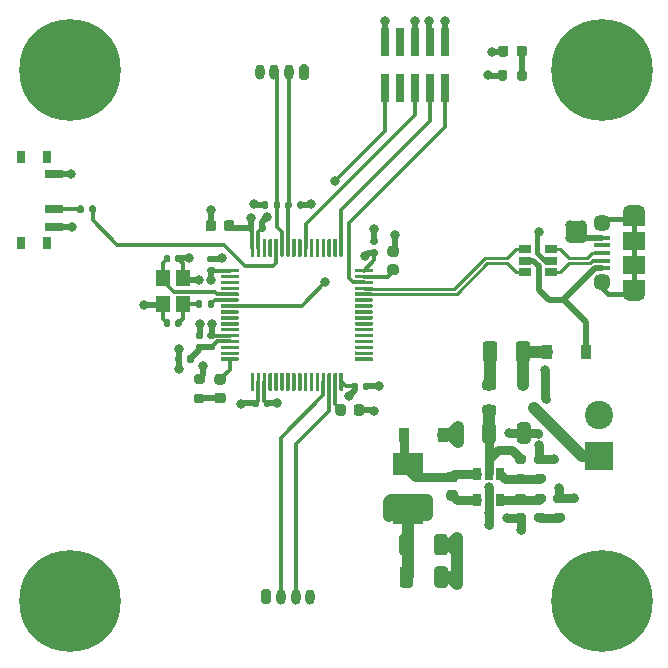
<source format=gbr>
%TF.GenerationSoftware,KiCad,Pcbnew,(5.1.8)-1*%
%TF.CreationDate,2021-01-09T13:57:28-05:00*%
%TF.ProjectId,STM32+USB+BUCK,53544d33-322b-4555-9342-2b4255434b2e,rev?*%
%TF.SameCoordinates,Original*%
%TF.FileFunction,Copper,L1,Top*%
%TF.FilePolarity,Positive*%
%FSLAX46Y46*%
G04 Gerber Fmt 4.6, Leading zero omitted, Abs format (unit mm)*
G04 Created by KiCad (PCBNEW (5.1.8)-1) date 2021-01-09 13:57:28*
%MOMM*%
%LPD*%
G01*
G04 APERTURE LIST*
%TA.AperFunction,SMDPad,CuDef*%
%ADD10R,1.900000X1.200000*%
%TD*%
%TA.AperFunction,ComponentPad*%
%ADD11O,1.900000X1.200000*%
%TD*%
%TA.AperFunction,SMDPad,CuDef*%
%ADD12R,1.900000X1.500000*%
%TD*%
%TA.AperFunction,ComponentPad*%
%ADD13C,1.450000*%
%TD*%
%TA.AperFunction,SMDPad,CuDef*%
%ADD14R,1.350000X0.400000*%
%TD*%
%TA.AperFunction,SMDPad,CuDef*%
%ADD15R,0.900000X1.200000*%
%TD*%
%TA.AperFunction,ComponentPad*%
%ADD16C,8.600000*%
%TD*%
%TA.AperFunction,ComponentPad*%
%ADD17R,2.400000X2.400000*%
%TD*%
%TA.AperFunction,ComponentPad*%
%ADD18C,2.400000*%
%TD*%
%TA.AperFunction,ComponentPad*%
%ADD19O,0.800000X1.300000*%
%TD*%
%TA.AperFunction,SMDPad,CuDef*%
%ADD20R,0.740000X2.400000*%
%TD*%
%TA.AperFunction,SMDPad,CuDef*%
%ADD21R,2.500000X1.900000*%
%TD*%
%TA.AperFunction,SMDPad,CuDef*%
%ADD22R,0.800000X0.900000*%
%TD*%
%TA.AperFunction,SMDPad,CuDef*%
%ADD23R,1.500000X0.700000*%
%TD*%
%TA.AperFunction,SMDPad,CuDef*%
%ADD24R,0.800000X1.000000*%
%TD*%
%TA.AperFunction,SMDPad,CuDef*%
%ADD25R,0.650000X1.060000*%
%TD*%
%TA.AperFunction,SMDPad,CuDef*%
%ADD26R,1.060000X0.650000*%
%TD*%
%TA.AperFunction,SMDPad,CuDef*%
%ADD27R,1.200000X1.400000*%
%TD*%
%TA.AperFunction,ViaPad*%
%ADD28C,0.800000*%
%TD*%
%TA.AperFunction,Conductor*%
%ADD29C,0.300000*%
%TD*%
%TA.AperFunction,Conductor*%
%ADD30C,0.750000*%
%TD*%
%TA.AperFunction,Conductor*%
%ADD31C,0.500000*%
%TD*%
%TA.AperFunction,Conductor*%
%ADD32C,0.400000*%
%TD*%
%TA.AperFunction,Conductor*%
%ADD33C,1.000000*%
%TD*%
%TA.AperFunction,Conductor*%
%ADD34C,0.200000*%
%TD*%
%TA.AperFunction,Conductor*%
%ADD35C,0.250000*%
%TD*%
%TA.AperFunction,Conductor*%
%ADD36C,0.261112*%
%TD*%
G04 APERTURE END LIST*
D10*
%TO.P,J1,6*%
%TO.N,Net-(J1-Pad6)*%
X162737500Y-98400000D03*
X162737500Y-92600000D03*
D11*
X162737500Y-92000000D03*
X162737500Y-99000000D03*
D12*
X162737500Y-96500000D03*
D13*
X160037500Y-93000000D03*
D14*
%TO.P,J1,3*%
%TO.N,USB_CONN_D+*%
X160037500Y-95500000D03*
%TO.P,J1,4*%
%TO.N,Net-(J1-Pad4)*%
X160037500Y-94850000D03*
%TO.P,J1,5*%
%TO.N,GND*%
X160037500Y-94200000D03*
%TO.P,J1,1*%
%TO.N,+5V*%
X160037500Y-96800000D03*
%TO.P,J1,2*%
%TO.N,USB_CONN_D-*%
X160037500Y-96150000D03*
D13*
%TO.P,J1,6*%
%TO.N,Net-(J1-Pad6)*%
X160037500Y-98000000D03*
D12*
X162737500Y-94500000D03*
%TD*%
%TO.P,C12,2*%
%TO.N,GND*%
%TA.AperFunction,SMDPad,CuDef*%
G36*
G01*
X126120000Y-102800000D02*
X125780000Y-102800000D01*
G75*
G02*
X125640000Y-102660000I0J140000D01*
G01*
X125640000Y-102380000D01*
G75*
G02*
X125780000Y-102240000I140000J0D01*
G01*
X126120000Y-102240000D01*
G75*
G02*
X126260000Y-102380000I0J-140000D01*
G01*
X126260000Y-102660000D01*
G75*
G02*
X126120000Y-102800000I-140000J0D01*
G01*
G37*
%TD.AperFunction*%
%TO.P,C12,1*%
%TO.N,+3.3VA*%
%TA.AperFunction,SMDPad,CuDef*%
G36*
G01*
X126120000Y-103760000D02*
X125780000Y-103760000D01*
G75*
G02*
X125640000Y-103620000I0J140000D01*
G01*
X125640000Y-103340000D01*
G75*
G02*
X125780000Y-103200000I140000J0D01*
G01*
X126120000Y-103200000D01*
G75*
G02*
X126260000Y-103340000I0J-140000D01*
G01*
X126260000Y-103620000D01*
G75*
G02*
X126120000Y-103760000I-140000J0D01*
G01*
G37*
%TD.AperFunction*%
%TD*%
%TO.P,C1,1*%
%TO.N,Net-(C1-Pad1)*%
%TA.AperFunction,SMDPad,CuDef*%
G36*
G01*
X137475000Y-109050000D02*
X137475000Y-108550000D01*
G75*
G02*
X137700000Y-108325000I225000J0D01*
G01*
X138150000Y-108325000D01*
G75*
G02*
X138375000Y-108550000I0J-225000D01*
G01*
X138375000Y-109050000D01*
G75*
G02*
X138150000Y-109275000I-225000J0D01*
G01*
X137700000Y-109275000D01*
G75*
G02*
X137475000Y-109050000I0J225000D01*
G01*
G37*
%TD.AperFunction*%
%TO.P,C1,2*%
%TO.N,GND*%
%TA.AperFunction,SMDPad,CuDef*%
G36*
G01*
X139025000Y-109050000D02*
X139025000Y-108550000D01*
G75*
G02*
X139250000Y-108325000I225000J0D01*
G01*
X139700000Y-108325000D01*
G75*
G02*
X139925000Y-108550000I0J-225000D01*
G01*
X139925000Y-109050000D01*
G75*
G02*
X139700000Y-109275000I-225000J0D01*
G01*
X139250000Y-109275000D01*
G75*
G02*
X139025000Y-109050000I0J225000D01*
G01*
G37*
%TD.AperFunction*%
%TD*%
%TO.P,C2,1*%
%TO.N,+3V3*%
%TA.AperFunction,SMDPad,CuDef*%
G36*
G01*
X128925000Y-92950000D02*
X128925000Y-93450000D01*
G75*
G02*
X128700000Y-93675000I-225000J0D01*
G01*
X128250000Y-93675000D01*
G75*
G02*
X128025000Y-93450000I0J225000D01*
G01*
X128025000Y-92950000D01*
G75*
G02*
X128250000Y-92725000I225000J0D01*
G01*
X128700000Y-92725000D01*
G75*
G02*
X128925000Y-92950000I0J-225000D01*
G01*
G37*
%TD.AperFunction*%
%TO.P,C2,2*%
%TO.N,GND*%
%TA.AperFunction,SMDPad,CuDef*%
G36*
G01*
X127375000Y-92950000D02*
X127375000Y-93450000D01*
G75*
G02*
X127150000Y-93675000I-225000J0D01*
G01*
X126700000Y-93675000D01*
G75*
G02*
X126475000Y-93450000I0J225000D01*
G01*
X126475000Y-92950000D01*
G75*
G02*
X126700000Y-92725000I225000J0D01*
G01*
X127150000Y-92725000D01*
G75*
G02*
X127375000Y-92950000I0J-225000D01*
G01*
G37*
%TD.AperFunction*%
%TD*%
%TO.P,C3,2*%
%TO.N,GND*%
%TA.AperFunction,SMDPad,CuDef*%
G36*
G01*
X142600000Y-95825000D02*
X142100000Y-95825000D01*
G75*
G02*
X141875000Y-95600000I0J225000D01*
G01*
X141875000Y-95150000D01*
G75*
G02*
X142100000Y-94925000I225000J0D01*
G01*
X142600000Y-94925000D01*
G75*
G02*
X142825000Y-95150000I0J-225000D01*
G01*
X142825000Y-95600000D01*
G75*
G02*
X142600000Y-95825000I-225000J0D01*
G01*
G37*
%TD.AperFunction*%
%TO.P,C3,1*%
%TO.N,Net-(C3-Pad1)*%
%TA.AperFunction,SMDPad,CuDef*%
G36*
G01*
X142600000Y-97375000D02*
X142100000Y-97375000D01*
G75*
G02*
X141875000Y-97150000I0J225000D01*
G01*
X141875000Y-96700000D01*
G75*
G02*
X142100000Y-96475000I225000J0D01*
G01*
X142600000Y-96475000D01*
G75*
G02*
X142825000Y-96700000I0J-225000D01*
G01*
X142825000Y-97150000D01*
G75*
G02*
X142600000Y-97375000I-225000J0D01*
G01*
G37*
%TD.AperFunction*%
%TD*%
%TO.P,C4,2*%
%TO.N,GND*%
%TA.AperFunction,SMDPad,CuDef*%
G36*
G01*
X131000000Y-93570000D02*
X131000000Y-93230000D01*
G75*
G02*
X131140000Y-93090000I140000J0D01*
G01*
X131420000Y-93090000D01*
G75*
G02*
X131560000Y-93230000I0J-140000D01*
G01*
X131560000Y-93570000D01*
G75*
G02*
X131420000Y-93710000I-140000J0D01*
G01*
X131140000Y-93710000D01*
G75*
G02*
X131000000Y-93570000I0J140000D01*
G01*
G37*
%TD.AperFunction*%
%TO.P,C4,1*%
%TO.N,+3V3*%
%TA.AperFunction,SMDPad,CuDef*%
G36*
G01*
X130040000Y-93570000D02*
X130040000Y-93230000D01*
G75*
G02*
X130180000Y-93090000I140000J0D01*
G01*
X130460000Y-93090000D01*
G75*
G02*
X130600000Y-93230000I0J-140000D01*
G01*
X130600000Y-93570000D01*
G75*
G02*
X130460000Y-93710000I-140000J0D01*
G01*
X130180000Y-93710000D01*
G75*
G02*
X130040000Y-93570000I0J140000D01*
G01*
G37*
%TD.AperFunction*%
%TD*%
%TO.P,C5,1*%
%TO.N,+3V3*%
%TA.AperFunction,SMDPad,CuDef*%
G36*
G01*
X138840000Y-106970000D02*
X138840000Y-106630000D01*
G75*
G02*
X138980000Y-106490000I140000J0D01*
G01*
X139260000Y-106490000D01*
G75*
G02*
X139400000Y-106630000I0J-140000D01*
G01*
X139400000Y-106970000D01*
G75*
G02*
X139260000Y-107110000I-140000J0D01*
G01*
X138980000Y-107110000D01*
G75*
G02*
X138840000Y-106970000I0J140000D01*
G01*
G37*
%TD.AperFunction*%
%TO.P,C5,2*%
%TO.N,GND*%
%TA.AperFunction,SMDPad,CuDef*%
G36*
G01*
X139800000Y-106970000D02*
X139800000Y-106630000D01*
G75*
G02*
X139940000Y-106490000I140000J0D01*
G01*
X140220000Y-106490000D01*
G75*
G02*
X140360000Y-106630000I0J-140000D01*
G01*
X140360000Y-106970000D01*
G75*
G02*
X140220000Y-107110000I-140000J0D01*
G01*
X139940000Y-107110000D01*
G75*
G02*
X139800000Y-106970000I0J140000D01*
G01*
G37*
%TD.AperFunction*%
%TD*%
%TO.P,C6,2*%
%TO.N,GND*%
%TA.AperFunction,SMDPad,CuDef*%
G36*
G01*
X140920000Y-94800000D02*
X140580000Y-94800000D01*
G75*
G02*
X140440000Y-94660000I0J140000D01*
G01*
X140440000Y-94380000D01*
G75*
G02*
X140580000Y-94240000I140000J0D01*
G01*
X140920000Y-94240000D01*
G75*
G02*
X141060000Y-94380000I0J-140000D01*
G01*
X141060000Y-94660000D01*
G75*
G02*
X140920000Y-94800000I-140000J0D01*
G01*
G37*
%TD.AperFunction*%
%TO.P,C6,1*%
%TO.N,+3V3*%
%TA.AperFunction,SMDPad,CuDef*%
G36*
G01*
X140920000Y-95760000D02*
X140580000Y-95760000D01*
G75*
G02*
X140440000Y-95620000I0J140000D01*
G01*
X140440000Y-95340000D01*
G75*
G02*
X140580000Y-95200000I140000J0D01*
G01*
X140920000Y-95200000D01*
G75*
G02*
X141060000Y-95340000I0J-140000D01*
G01*
X141060000Y-95620000D01*
G75*
G02*
X140920000Y-95760000I-140000J0D01*
G01*
G37*
%TD.AperFunction*%
%TD*%
%TO.P,C7,2*%
%TO.N,GND*%
%TA.AperFunction,SMDPad,CuDef*%
G36*
G01*
X152850000Y-111400001D02*
X152850000Y-110099999D01*
G75*
G02*
X153099999Y-109850000I249999J0D01*
G01*
X153750001Y-109850000D01*
G75*
G02*
X154000000Y-110099999I0J-249999D01*
G01*
X154000000Y-111400001D01*
G75*
G02*
X153750001Y-111650000I-249999J0D01*
G01*
X153099999Y-111650000D01*
G75*
G02*
X152850000Y-111400001I0J249999D01*
G01*
G37*
%TD.AperFunction*%
%TO.P,C7,1*%
%TO.N,BUCK_IN*%
%TA.AperFunction,SMDPad,CuDef*%
G36*
G01*
X149900000Y-111400001D02*
X149900000Y-110099999D01*
G75*
G02*
X150149999Y-109850000I249999J0D01*
G01*
X150800001Y-109850000D01*
G75*
G02*
X151050000Y-110099999I0J-249999D01*
G01*
X151050000Y-111400001D01*
G75*
G02*
X150800001Y-111650000I-249999J0D01*
G01*
X150149999Y-111650000D01*
G75*
G02*
X149900000Y-111400001I0J249999D01*
G01*
G37*
%TD.AperFunction*%
%TD*%
%TO.P,C8,1*%
%TO.N,+3V3*%
%TA.AperFunction,SMDPad,CuDef*%
G36*
G01*
X127120000Y-97260000D02*
X126780000Y-97260000D01*
G75*
G02*
X126640000Y-97120000I0J140000D01*
G01*
X126640000Y-96840000D01*
G75*
G02*
X126780000Y-96700000I140000J0D01*
G01*
X127120000Y-96700000D01*
G75*
G02*
X127260000Y-96840000I0J-140000D01*
G01*
X127260000Y-97120000D01*
G75*
G02*
X127120000Y-97260000I-140000J0D01*
G01*
G37*
%TD.AperFunction*%
%TO.P,C8,2*%
%TO.N,GND*%
%TA.AperFunction,SMDPad,CuDef*%
G36*
G01*
X127120000Y-96300000D02*
X126780000Y-96300000D01*
G75*
G02*
X126640000Y-96160000I0J140000D01*
G01*
X126640000Y-95880000D01*
G75*
G02*
X126780000Y-95740000I140000J0D01*
G01*
X127120000Y-95740000D01*
G75*
G02*
X127260000Y-95880000I0J-140000D01*
G01*
X127260000Y-96160000D01*
G75*
G02*
X127120000Y-96300000I-140000J0D01*
G01*
G37*
%TD.AperFunction*%
%TD*%
%TO.P,C9,2*%
%TO.N,GND*%
%TA.AperFunction,SMDPad,CuDef*%
G36*
G01*
X131000000Y-108080000D02*
X131000000Y-108420000D01*
G75*
G02*
X130860000Y-108560000I-140000J0D01*
G01*
X130580000Y-108560000D01*
G75*
G02*
X130440000Y-108420000I0J140000D01*
G01*
X130440000Y-108080000D01*
G75*
G02*
X130580000Y-107940000I140000J0D01*
G01*
X130860000Y-107940000D01*
G75*
G02*
X131000000Y-108080000I0J-140000D01*
G01*
G37*
%TD.AperFunction*%
%TO.P,C9,1*%
%TO.N,+3V3*%
%TA.AperFunction,SMDPad,CuDef*%
G36*
G01*
X131960000Y-108080000D02*
X131960000Y-108420000D01*
G75*
G02*
X131820000Y-108560000I-140000J0D01*
G01*
X131540000Y-108560000D01*
G75*
G02*
X131400000Y-108420000I0J140000D01*
G01*
X131400000Y-108080000D01*
G75*
G02*
X131540000Y-107940000I140000J0D01*
G01*
X131820000Y-107940000D01*
G75*
G02*
X131960000Y-108080000I0J-140000D01*
G01*
G37*
%TD.AperFunction*%
%TD*%
%TO.P,C10,2*%
%TO.N,GND*%
%TA.AperFunction,SMDPad,CuDef*%
G36*
G01*
X123900000Y-96170000D02*
X123900000Y-95830000D01*
G75*
G02*
X124040000Y-95690000I140000J0D01*
G01*
X124320000Y-95690000D01*
G75*
G02*
X124460000Y-95830000I0J-140000D01*
G01*
X124460000Y-96170000D01*
G75*
G02*
X124320000Y-96310000I-140000J0D01*
G01*
X124040000Y-96310000D01*
G75*
G02*
X123900000Y-96170000I0J140000D01*
G01*
G37*
%TD.AperFunction*%
%TO.P,C10,1*%
%TO.N,HSE_IN*%
%TA.AperFunction,SMDPad,CuDef*%
G36*
G01*
X122940000Y-96170000D02*
X122940000Y-95830000D01*
G75*
G02*
X123080000Y-95690000I140000J0D01*
G01*
X123360000Y-95690000D01*
G75*
G02*
X123500000Y-95830000I0J-140000D01*
G01*
X123500000Y-96170000D01*
G75*
G02*
X123360000Y-96310000I-140000J0D01*
G01*
X123080000Y-96310000D01*
G75*
G02*
X122940000Y-96170000I0J140000D01*
G01*
G37*
%TD.AperFunction*%
%TD*%
%TO.P,C11,1*%
%TO.N,+3.3VA*%
%TA.AperFunction,SMDPad,CuDef*%
G36*
G01*
X127120000Y-103760000D02*
X126780000Y-103760000D01*
G75*
G02*
X126640000Y-103620000I0J140000D01*
G01*
X126640000Y-103340000D01*
G75*
G02*
X126780000Y-103200000I140000J0D01*
G01*
X127120000Y-103200000D01*
G75*
G02*
X127260000Y-103340000I0J-140000D01*
G01*
X127260000Y-103620000D01*
G75*
G02*
X127120000Y-103760000I-140000J0D01*
G01*
G37*
%TD.AperFunction*%
%TO.P,C11,2*%
%TO.N,GND*%
%TA.AperFunction,SMDPad,CuDef*%
G36*
G01*
X127120000Y-102800000D02*
X126780000Y-102800000D01*
G75*
G02*
X126640000Y-102660000I0J140000D01*
G01*
X126640000Y-102380000D01*
G75*
G02*
X126780000Y-102240000I140000J0D01*
G01*
X127120000Y-102240000D01*
G75*
G02*
X127260000Y-102380000I0J-140000D01*
G01*
X127260000Y-102660000D01*
G75*
G02*
X127120000Y-102800000I-140000J0D01*
G01*
G37*
%TD.AperFunction*%
%TD*%
%TO.P,C13,1*%
%TO.N,Net-(C13-Pad1)*%
%TA.AperFunction,SMDPad,CuDef*%
G36*
G01*
X124460000Y-101280000D02*
X124460000Y-101620000D01*
G75*
G02*
X124320000Y-101760000I-140000J0D01*
G01*
X124040000Y-101760000D01*
G75*
G02*
X123900000Y-101620000I0J140000D01*
G01*
X123900000Y-101280000D01*
G75*
G02*
X124040000Y-101140000I140000J0D01*
G01*
X124320000Y-101140000D01*
G75*
G02*
X124460000Y-101280000I0J-140000D01*
G01*
G37*
%TD.AperFunction*%
%TO.P,C13,2*%
%TO.N,GND*%
%TA.AperFunction,SMDPad,CuDef*%
G36*
G01*
X123500000Y-101280000D02*
X123500000Y-101620000D01*
G75*
G02*
X123360000Y-101760000I-140000J0D01*
G01*
X123080000Y-101760000D01*
G75*
G02*
X122940000Y-101620000I0J140000D01*
G01*
X122940000Y-101280000D01*
G75*
G02*
X123080000Y-101140000I140000J0D01*
G01*
X123360000Y-101140000D01*
G75*
G02*
X123500000Y-101280000I0J-140000D01*
G01*
G37*
%TD.AperFunction*%
%TD*%
%TO.P,C14,1*%
%TO.N,+3V3*%
%TA.AperFunction,SMDPad,CuDef*%
G36*
G01*
X142875000Y-120850001D02*
X142875000Y-119549999D01*
G75*
G02*
X143124999Y-119300000I249999J0D01*
G01*
X143775001Y-119300000D01*
G75*
G02*
X144025000Y-119549999I0J-249999D01*
G01*
X144025000Y-120850001D01*
G75*
G02*
X143775001Y-121100000I-249999J0D01*
G01*
X143124999Y-121100000D01*
G75*
G02*
X142875000Y-120850001I0J249999D01*
G01*
G37*
%TD.AperFunction*%
%TO.P,C14,2*%
%TO.N,GND*%
%TA.AperFunction,SMDPad,CuDef*%
G36*
G01*
X145825000Y-120850001D02*
X145825000Y-119549999D01*
G75*
G02*
X146074999Y-119300000I249999J0D01*
G01*
X146725001Y-119300000D01*
G75*
G02*
X146975000Y-119549999I0J-249999D01*
G01*
X146975000Y-120850001D01*
G75*
G02*
X146725001Y-121100000I-249999J0D01*
G01*
X146074999Y-121100000D01*
G75*
G02*
X145825000Y-120850001I0J249999D01*
G01*
G37*
%TD.AperFunction*%
%TD*%
%TO.P,C15,1*%
%TO.N,+3V3*%
%TA.AperFunction,SMDPad,CuDef*%
G36*
G01*
X142900000Y-123600001D02*
X142900000Y-122299999D01*
G75*
G02*
X143149999Y-122050000I249999J0D01*
G01*
X143800001Y-122050000D01*
G75*
G02*
X144050000Y-122299999I0J-249999D01*
G01*
X144050000Y-123600001D01*
G75*
G02*
X143800001Y-123850000I-249999J0D01*
G01*
X143149999Y-123850000D01*
G75*
G02*
X142900000Y-123600001I0J249999D01*
G01*
G37*
%TD.AperFunction*%
%TO.P,C15,2*%
%TO.N,GND*%
%TA.AperFunction,SMDPad,CuDef*%
G36*
G01*
X145850000Y-123600001D02*
X145850000Y-122299999D01*
G75*
G02*
X146099999Y-122050000I249999J0D01*
G01*
X146750001Y-122050000D01*
G75*
G02*
X147000000Y-122299999I0J-249999D01*
G01*
X147000000Y-123600001D01*
G75*
G02*
X146750001Y-123850000I-249999J0D01*
G01*
X146099999Y-123850000D01*
G75*
G02*
X145850000Y-123600001I0J249999D01*
G01*
G37*
%TD.AperFunction*%
%TD*%
%TO.P,C16,2*%
%TO.N,BUCK_BST*%
%TA.AperFunction,SMDPad,CuDef*%
G36*
G01*
X147100000Y-115575000D02*
X147600000Y-115575000D01*
G75*
G02*
X147825000Y-115800000I0J-225000D01*
G01*
X147825000Y-116250000D01*
G75*
G02*
X147600000Y-116475000I-225000J0D01*
G01*
X147100000Y-116475000D01*
G75*
G02*
X146875000Y-116250000I0J225000D01*
G01*
X146875000Y-115800000D01*
G75*
G02*
X147100000Y-115575000I225000J0D01*
G01*
G37*
%TD.AperFunction*%
%TO.P,C16,1*%
%TO.N,BUCK_SW*%
%TA.AperFunction,SMDPad,CuDef*%
G36*
G01*
X147100000Y-114025000D02*
X147600000Y-114025000D01*
G75*
G02*
X147825000Y-114250000I0J-225000D01*
G01*
X147825000Y-114700000D01*
G75*
G02*
X147600000Y-114925000I-225000J0D01*
G01*
X147100000Y-114925000D01*
G75*
G02*
X146875000Y-114700000I0J225000D01*
G01*
X146875000Y-114250000D01*
G75*
G02*
X147100000Y-114025000I225000J0D01*
G01*
G37*
%TD.AperFunction*%
%TD*%
%TO.P,D1,1*%
%TO.N,Net-(D1-Pad1)*%
%TA.AperFunction,SMDPad,CuDef*%
G36*
G01*
X127956250Y-108225000D02*
X127443750Y-108225000D01*
G75*
G02*
X127225000Y-108006250I0J218750D01*
G01*
X127225000Y-107568750D01*
G75*
G02*
X127443750Y-107350000I218750J0D01*
G01*
X127956250Y-107350000D01*
G75*
G02*
X128175000Y-107568750I0J-218750D01*
G01*
X128175000Y-108006250D01*
G75*
G02*
X127956250Y-108225000I-218750J0D01*
G01*
G37*
%TD.AperFunction*%
%TO.P,D1,2*%
%TO.N,LED_STATUS*%
%TA.AperFunction,SMDPad,CuDef*%
G36*
G01*
X127956250Y-106650000D02*
X127443750Y-106650000D01*
G75*
G02*
X127225000Y-106431250I0J218750D01*
G01*
X127225000Y-105993750D01*
G75*
G02*
X127443750Y-105775000I218750J0D01*
G01*
X127956250Y-105775000D01*
G75*
G02*
X128175000Y-105993750I0J-218750D01*
G01*
X128175000Y-106431250D01*
G75*
G02*
X127956250Y-106650000I-218750J0D01*
G01*
G37*
%TD.AperFunction*%
%TD*%
D15*
%TO.P,D2,1*%
%TO.N,Net-(D2-Pad1)*%
X155400000Y-103850000D03*
%TO.P,D2,2*%
%TO.N,+5V*%
X158700000Y-103850000D03*
%TD*%
%TO.P,D3,2*%
%TO.N,GND*%
X146600000Y-110900000D03*
%TO.P,D3,1*%
%TO.N,BUCK_SW*%
X143300000Y-110900000D03*
%TD*%
%TO.P,D4,2*%
%TO.N,+3V3*%
%TA.AperFunction,SMDPad,CuDef*%
G36*
G01*
X152110000Y-78163750D02*
X152110000Y-78676250D01*
G75*
G02*
X151891250Y-78895000I-218750J0D01*
G01*
X151453750Y-78895000D01*
G75*
G02*
X151235000Y-78676250I0J218750D01*
G01*
X151235000Y-78163750D01*
G75*
G02*
X151453750Y-77945000I218750J0D01*
G01*
X151891250Y-77945000D01*
G75*
G02*
X152110000Y-78163750I0J-218750D01*
G01*
G37*
%TD.AperFunction*%
%TO.P,D4,1*%
%TO.N,Net-(D4-Pad1)*%
%TA.AperFunction,SMDPad,CuDef*%
G36*
G01*
X153685000Y-78163750D02*
X153685000Y-78676250D01*
G75*
G02*
X153466250Y-78895000I-218750J0D01*
G01*
X153028750Y-78895000D01*
G75*
G02*
X152810000Y-78676250I0J218750D01*
G01*
X152810000Y-78163750D01*
G75*
G02*
X153028750Y-77945000I218750J0D01*
G01*
X153466250Y-77945000D01*
G75*
G02*
X153685000Y-78163750I0J-218750D01*
G01*
G37*
%TD.AperFunction*%
%TD*%
%TO.P,F1,1*%
%TO.N,Net-(F1-Pad1)*%
%TA.AperFunction,SMDPad,CuDef*%
G36*
G01*
X149925000Y-104475000D02*
X149925000Y-103225000D01*
G75*
G02*
X150175000Y-102975000I250000J0D01*
G01*
X150925000Y-102975000D01*
G75*
G02*
X151175000Y-103225000I0J-250000D01*
G01*
X151175000Y-104475000D01*
G75*
G02*
X150925000Y-104725000I-250000J0D01*
G01*
X150175000Y-104725000D01*
G75*
G02*
X149925000Y-104475000I0J250000D01*
G01*
G37*
%TD.AperFunction*%
%TO.P,F1,2*%
%TO.N,Net-(D2-Pad1)*%
%TA.AperFunction,SMDPad,CuDef*%
G36*
G01*
X152725000Y-104475000D02*
X152725000Y-103225000D01*
G75*
G02*
X152975000Y-102975000I250000J0D01*
G01*
X153725000Y-102975000D01*
G75*
G02*
X153975000Y-103225000I0J-250000D01*
G01*
X153975000Y-104475000D01*
G75*
G02*
X153725000Y-104725000I-250000J0D01*
G01*
X152975000Y-104725000D01*
G75*
G02*
X152725000Y-104475000I0J250000D01*
G01*
G37*
%TD.AperFunction*%
%TD*%
%TO.P,FB1,1*%
%TO.N,BUCK_IN*%
%TA.AperFunction,SMDPad,CuDef*%
G36*
G01*
X150881250Y-109250000D02*
X150118750Y-109250000D01*
G75*
G02*
X149900000Y-109031250I0J218750D01*
G01*
X149900000Y-108593750D01*
G75*
G02*
X150118750Y-108375000I218750J0D01*
G01*
X150881250Y-108375000D01*
G75*
G02*
X151100000Y-108593750I0J-218750D01*
G01*
X151100000Y-109031250D01*
G75*
G02*
X150881250Y-109250000I-218750J0D01*
G01*
G37*
%TD.AperFunction*%
%TO.P,FB1,2*%
%TO.N,Net-(F1-Pad1)*%
%TA.AperFunction,SMDPad,CuDef*%
G36*
G01*
X150881250Y-107125000D02*
X150118750Y-107125000D01*
G75*
G02*
X149900000Y-106906250I0J218750D01*
G01*
X149900000Y-106468750D01*
G75*
G02*
X150118750Y-106250000I218750J0D01*
G01*
X150881250Y-106250000D01*
G75*
G02*
X151100000Y-106468750I0J-218750D01*
G01*
X151100000Y-106906250D01*
G75*
G02*
X150881250Y-107125000I-218750J0D01*
G01*
G37*
%TD.AperFunction*%
%TD*%
D16*
%TO.P,H1,1*%
%TO.N,GND*%
X160000000Y-80000000D03*
%TD*%
%TO.P,H2,1*%
%TO.N,GND*%
X115000000Y-125000000D03*
%TD*%
%TO.P,H3,1*%
%TO.N,GND*%
X160000000Y-125000000D03*
%TD*%
%TO.P,H4,1*%
%TO.N,GND*%
X115000000Y-80000000D03*
%TD*%
D17*
%TO.P,J2,1*%
%TO.N,+12V*%
X159800000Y-112700000D03*
D18*
%TO.P,J2,2*%
%TO.N,GND*%
X159800000Y-109200000D03*
%TD*%
%TO.P,J3,1*%
%TO.N,+3V3*%
%TA.AperFunction,ComponentPad*%
G36*
G01*
X135200000Y-79750000D02*
X135200000Y-80650000D01*
G75*
G02*
X135000000Y-80850000I-200000J0D01*
G01*
X134600000Y-80850000D01*
G75*
G02*
X134400000Y-80650000I0J200000D01*
G01*
X134400000Y-79750000D01*
G75*
G02*
X134600000Y-79550000I200000J0D01*
G01*
X135000000Y-79550000D01*
G75*
G02*
X135200000Y-79750000I0J-200000D01*
G01*
G37*
%TD.AperFunction*%
D19*
%TO.P,J3,2*%
%TO.N,I2C1_SCL*%
X133550000Y-80200000D03*
%TO.P,J3,3*%
%TO.N,I2C1_SDA*%
X132300000Y-80200000D03*
%TO.P,J3,4*%
%TO.N,GND*%
X131050000Y-80200000D03*
%TD*%
D20*
%TO.P,J4,10*%
%TO.N,NRST*%
X141660000Y-81550000D03*
%TO.P,J4,9*%
%TO.N,GND*%
X141660000Y-77650000D03*
%TO.P,J4,8*%
%TO.N,Net-(J4-Pad8)*%
X142930000Y-81550000D03*
%TO.P,J4,7*%
%TO.N,Net-(J4-Pad7)*%
X142930000Y-77650000D03*
%TO.P,J4,6*%
%TO.N,SWO*%
X144200000Y-81550000D03*
%TO.P,J4,5*%
%TO.N,GND*%
X144200000Y-77650000D03*
%TO.P,J4,4*%
%TO.N,SWCLK*%
X145470000Y-81550000D03*
%TO.P,J4,3*%
%TO.N,GND*%
X145470000Y-77650000D03*
%TO.P,J4,2*%
%TO.N,SWDIO*%
X146740000Y-81550000D03*
%TO.P,J4,1*%
%TO.N,+3V3*%
X146740000Y-77650000D03*
%TD*%
D19*
%TO.P,J5,4*%
%TO.N,GND*%
X135350000Y-124600000D03*
%TO.P,J5,3*%
%TO.N,USART3_RX*%
X134100000Y-124600000D03*
%TO.P,J5,2*%
%TO.N,USART3_TX*%
X132850000Y-124600000D03*
%TO.P,J5,1*%
%TO.N,+3V3*%
%TA.AperFunction,ComponentPad*%
G36*
G01*
X131200000Y-125050000D02*
X131200000Y-124150000D01*
G75*
G02*
X131400000Y-123950000I200000J0D01*
G01*
X131800000Y-123950000D01*
G75*
G02*
X132000000Y-124150000I0J-200000D01*
G01*
X132000000Y-125050000D01*
G75*
G02*
X131800000Y-125250000I-200000J0D01*
G01*
X131400000Y-125250000D01*
G75*
G02*
X131200000Y-125050000I0J200000D01*
G01*
G37*
%TD.AperFunction*%
%TD*%
%TO.P,L1,1*%
%TO.N,+3V3*%
%TA.AperFunction,SMDPad,CuDef*%
G36*
G01*
X123920000Y-104672500D02*
X123920000Y-104327500D01*
G75*
G02*
X124067500Y-104180000I147500J0D01*
G01*
X124362500Y-104180000D01*
G75*
G02*
X124510000Y-104327500I0J-147500D01*
G01*
X124510000Y-104672500D01*
G75*
G02*
X124362500Y-104820000I-147500J0D01*
G01*
X124067500Y-104820000D01*
G75*
G02*
X123920000Y-104672500I0J147500D01*
G01*
G37*
%TD.AperFunction*%
%TO.P,L1,2*%
%TO.N,+3.3VA*%
%TA.AperFunction,SMDPad,CuDef*%
G36*
G01*
X124890000Y-104672500D02*
X124890000Y-104327500D01*
G75*
G02*
X125037500Y-104180000I147500J0D01*
G01*
X125332500Y-104180000D01*
G75*
G02*
X125480000Y-104327500I0J-147500D01*
G01*
X125480000Y-104672500D01*
G75*
G02*
X125332500Y-104820000I-147500J0D01*
G01*
X125037500Y-104820000D01*
G75*
G02*
X124890000Y-104672500I0J147500D01*
G01*
G37*
%TD.AperFunction*%
%TD*%
D21*
%TO.P,L2,1*%
%TO.N,BUCK_SW*%
X143600000Y-113400000D03*
%TO.P,L2,2*%
%TO.N,+3V3*%
X143600000Y-117500000D03*
%TD*%
D22*
%TO.P,Q1,1*%
%TO.N,GND*%
X155250000Y-106650000D03*
%TO.P,Q1,2*%
%TO.N,Net-(D2-Pad1)*%
X153350000Y-106650000D03*
%TO.P,Q1,3*%
%TO.N,+12V*%
X154300000Y-108650000D03*
%TD*%
%TO.P,R1,1*%
%TO.N,Net-(D1-Pad1)*%
%TA.AperFunction,SMDPad,CuDef*%
G36*
G01*
X126225000Y-108225000D02*
X125675000Y-108225000D01*
G75*
G02*
X125475000Y-108025000I0J200000D01*
G01*
X125475000Y-107625000D01*
G75*
G02*
X125675000Y-107425000I200000J0D01*
G01*
X126225000Y-107425000D01*
G75*
G02*
X126425000Y-107625000I0J-200000D01*
G01*
X126425000Y-108025000D01*
G75*
G02*
X126225000Y-108225000I-200000J0D01*
G01*
G37*
%TD.AperFunction*%
%TO.P,R1,2*%
%TO.N,GND*%
%TA.AperFunction,SMDPad,CuDef*%
G36*
G01*
X126225000Y-106575000D02*
X125675000Y-106575000D01*
G75*
G02*
X125475000Y-106375000I0J200000D01*
G01*
X125475000Y-105975000D01*
G75*
G02*
X125675000Y-105775000I200000J0D01*
G01*
X126225000Y-105775000D01*
G75*
G02*
X126425000Y-105975000I0J-200000D01*
G01*
X126425000Y-106375000D01*
G75*
G02*
X126225000Y-106575000I-200000J0D01*
G01*
G37*
%TD.AperFunction*%
%TD*%
%TO.P,R2,2*%
%TO.N,BUCK_EN*%
%TA.AperFunction,SMDPad,CuDef*%
G36*
G01*
X152875000Y-114225000D02*
X153425000Y-114225000D01*
G75*
G02*
X153625000Y-114425000I0J-200000D01*
G01*
X153625000Y-114825000D01*
G75*
G02*
X153425000Y-115025000I-200000J0D01*
G01*
X152875000Y-115025000D01*
G75*
G02*
X152675000Y-114825000I0J200000D01*
G01*
X152675000Y-114425000D01*
G75*
G02*
X152875000Y-114225000I200000J0D01*
G01*
G37*
%TD.AperFunction*%
%TO.P,R2,1*%
%TO.N,BUCK_IN*%
%TA.AperFunction,SMDPad,CuDef*%
G36*
G01*
X152875000Y-112575000D02*
X153425000Y-112575000D01*
G75*
G02*
X153625000Y-112775000I0J-200000D01*
G01*
X153625000Y-113175000D01*
G75*
G02*
X153425000Y-113375000I-200000J0D01*
G01*
X152875000Y-113375000D01*
G75*
G02*
X152675000Y-113175000I0J200000D01*
G01*
X152675000Y-112775000D01*
G75*
G02*
X152875000Y-112575000I200000J0D01*
G01*
G37*
%TD.AperFunction*%
%TD*%
%TO.P,R3,1*%
%TO.N,BUCK_EN*%
%TA.AperFunction,SMDPad,CuDef*%
G36*
G01*
X155075000Y-115025000D02*
X154525000Y-115025000D01*
G75*
G02*
X154325000Y-114825000I0J200000D01*
G01*
X154325000Y-114425000D01*
G75*
G02*
X154525000Y-114225000I200000J0D01*
G01*
X155075000Y-114225000D01*
G75*
G02*
X155275000Y-114425000I0J-200000D01*
G01*
X155275000Y-114825000D01*
G75*
G02*
X155075000Y-115025000I-200000J0D01*
G01*
G37*
%TD.AperFunction*%
%TO.P,R3,2*%
%TO.N,GND*%
%TA.AperFunction,SMDPad,CuDef*%
G36*
G01*
X155075000Y-113375000D02*
X154525000Y-113375000D01*
G75*
G02*
X154325000Y-113175000I0J200000D01*
G01*
X154325000Y-112775000D01*
G75*
G02*
X154525000Y-112575000I200000J0D01*
G01*
X155075000Y-112575000D01*
G75*
G02*
X155275000Y-112775000I0J-200000D01*
G01*
X155275000Y-113175000D01*
G75*
G02*
X155075000Y-113375000I-200000J0D01*
G01*
G37*
%TD.AperFunction*%
%TD*%
%TO.P,R4,1*%
%TO.N,Net-(R4-Pad1)*%
%TA.AperFunction,SMDPad,CuDef*%
G36*
G01*
X115620000Y-91985000D02*
X115620000Y-91615000D01*
G75*
G02*
X115755000Y-91480000I135000J0D01*
G01*
X116025000Y-91480000D01*
G75*
G02*
X116160000Y-91615000I0J-135000D01*
G01*
X116160000Y-91985000D01*
G75*
G02*
X116025000Y-92120000I-135000J0D01*
G01*
X115755000Y-92120000D01*
G75*
G02*
X115620000Y-91985000I0J135000D01*
G01*
G37*
%TD.AperFunction*%
%TO.P,R4,2*%
%TO.N,BOOT0*%
%TA.AperFunction,SMDPad,CuDef*%
G36*
G01*
X116640000Y-91985000D02*
X116640000Y-91615000D01*
G75*
G02*
X116775000Y-91480000I135000J0D01*
G01*
X117045000Y-91480000D01*
G75*
G02*
X117180000Y-91615000I0J-135000D01*
G01*
X117180000Y-91985000D01*
G75*
G02*
X117045000Y-92120000I-135000J0D01*
G01*
X116775000Y-92120000D01*
G75*
G02*
X116640000Y-91985000I0J135000D01*
G01*
G37*
%TD.AperFunction*%
%TD*%
%TO.P,R5,1*%
%TO.N,+3V3*%
%TA.AperFunction,SMDPad,CuDef*%
G36*
G01*
X134780000Y-91265000D02*
X134780000Y-91635000D01*
G75*
G02*
X134645000Y-91770000I-135000J0D01*
G01*
X134375000Y-91770000D01*
G75*
G02*
X134240000Y-91635000I0J135000D01*
G01*
X134240000Y-91265000D01*
G75*
G02*
X134375000Y-91130000I135000J0D01*
G01*
X134645000Y-91130000D01*
G75*
G02*
X134780000Y-91265000I0J-135000D01*
G01*
G37*
%TD.AperFunction*%
%TO.P,R5,2*%
%TO.N,I2C1_SCL*%
%TA.AperFunction,SMDPad,CuDef*%
G36*
G01*
X133760000Y-91265000D02*
X133760000Y-91635000D01*
G75*
G02*
X133625000Y-91770000I-135000J0D01*
G01*
X133355000Y-91770000D01*
G75*
G02*
X133220000Y-91635000I0J135000D01*
G01*
X133220000Y-91265000D01*
G75*
G02*
X133355000Y-91130000I135000J0D01*
G01*
X133625000Y-91130000D01*
G75*
G02*
X133760000Y-91265000I0J-135000D01*
G01*
G37*
%TD.AperFunction*%
%TD*%
%TO.P,R6,2*%
%TO.N,Net-(C13-Pad1)*%
%TA.AperFunction,SMDPad,CuDef*%
G36*
G01*
X126210000Y-99637000D02*
X126210000Y-100007000D01*
G75*
G02*
X126075000Y-100142000I-135000J0D01*
G01*
X125805000Y-100142000D01*
G75*
G02*
X125670000Y-100007000I0J135000D01*
G01*
X125670000Y-99637000D01*
G75*
G02*
X125805000Y-99502000I135000J0D01*
G01*
X126075000Y-99502000D01*
G75*
G02*
X126210000Y-99637000I0J-135000D01*
G01*
G37*
%TD.AperFunction*%
%TO.P,R6,1*%
%TO.N,HSE_OUT*%
%TA.AperFunction,SMDPad,CuDef*%
G36*
G01*
X127230000Y-99637000D02*
X127230000Y-100007000D01*
G75*
G02*
X127095000Y-100142000I-135000J0D01*
G01*
X126825000Y-100142000D01*
G75*
G02*
X126690000Y-100007000I0J135000D01*
G01*
X126690000Y-99637000D01*
G75*
G02*
X126825000Y-99502000I135000J0D01*
G01*
X127095000Y-99502000D01*
G75*
G02*
X127230000Y-99637000I0J-135000D01*
G01*
G37*
%TD.AperFunction*%
%TD*%
%TO.P,R7,2*%
%TO.N,I2C1_SDA*%
%TA.AperFunction,SMDPad,CuDef*%
G36*
G01*
X132240000Y-91635000D02*
X132240000Y-91265000D01*
G75*
G02*
X132375000Y-91130000I135000J0D01*
G01*
X132645000Y-91130000D01*
G75*
G02*
X132780000Y-91265000I0J-135000D01*
G01*
X132780000Y-91635000D01*
G75*
G02*
X132645000Y-91770000I-135000J0D01*
G01*
X132375000Y-91770000D01*
G75*
G02*
X132240000Y-91635000I0J135000D01*
G01*
G37*
%TD.AperFunction*%
%TO.P,R7,1*%
%TO.N,+3V3*%
%TA.AperFunction,SMDPad,CuDef*%
G36*
G01*
X131220000Y-91635000D02*
X131220000Y-91265000D01*
G75*
G02*
X131355000Y-91130000I135000J0D01*
G01*
X131625000Y-91130000D01*
G75*
G02*
X131760000Y-91265000I0J-135000D01*
G01*
X131760000Y-91635000D01*
G75*
G02*
X131625000Y-91770000I-135000J0D01*
G01*
X131355000Y-91770000D01*
G75*
G02*
X131220000Y-91635000I0J135000D01*
G01*
G37*
%TD.AperFunction*%
%TD*%
%TO.P,R8,2*%
%TO.N,BUCK_FB*%
%TA.AperFunction,SMDPad,CuDef*%
G36*
G01*
X153425000Y-116675000D02*
X152875000Y-116675000D01*
G75*
G02*
X152675000Y-116475000I0J200000D01*
G01*
X152675000Y-116075000D01*
G75*
G02*
X152875000Y-115875000I200000J0D01*
G01*
X153425000Y-115875000D01*
G75*
G02*
X153625000Y-116075000I0J-200000D01*
G01*
X153625000Y-116475000D01*
G75*
G02*
X153425000Y-116675000I-200000J0D01*
G01*
G37*
%TD.AperFunction*%
%TO.P,R8,1*%
%TO.N,+3V3*%
%TA.AperFunction,SMDPad,CuDef*%
G36*
G01*
X153425000Y-118325000D02*
X152875000Y-118325000D01*
G75*
G02*
X152675000Y-118125000I0J200000D01*
G01*
X152675000Y-117725000D01*
G75*
G02*
X152875000Y-117525000I200000J0D01*
G01*
X153425000Y-117525000D01*
G75*
G02*
X153625000Y-117725000I0J-200000D01*
G01*
X153625000Y-118125000D01*
G75*
G02*
X153425000Y-118325000I-200000J0D01*
G01*
G37*
%TD.AperFunction*%
%TD*%
%TO.P,R9,1*%
%TO.N,BUCK_FB*%
%TA.AperFunction,SMDPad,CuDef*%
G36*
G01*
X154525000Y-115875000D02*
X155075000Y-115875000D01*
G75*
G02*
X155275000Y-116075000I0J-200000D01*
G01*
X155275000Y-116475000D01*
G75*
G02*
X155075000Y-116675000I-200000J0D01*
G01*
X154525000Y-116675000D01*
G75*
G02*
X154325000Y-116475000I0J200000D01*
G01*
X154325000Y-116075000D01*
G75*
G02*
X154525000Y-115875000I200000J0D01*
G01*
G37*
%TD.AperFunction*%
%TO.P,R9,2*%
%TO.N,Net-(R10-Pad1)*%
%TA.AperFunction,SMDPad,CuDef*%
G36*
G01*
X154525000Y-117525000D02*
X155075000Y-117525000D01*
G75*
G02*
X155275000Y-117725000I0J-200000D01*
G01*
X155275000Y-118125000D01*
G75*
G02*
X155075000Y-118325000I-200000J0D01*
G01*
X154525000Y-118325000D01*
G75*
G02*
X154325000Y-118125000I0J200000D01*
G01*
X154325000Y-117725000D01*
G75*
G02*
X154525000Y-117525000I200000J0D01*
G01*
G37*
%TD.AperFunction*%
%TD*%
%TO.P,R10,2*%
%TO.N,GND*%
%TA.AperFunction,SMDPad,CuDef*%
G36*
G01*
X156675000Y-116675000D02*
X156125000Y-116675000D01*
G75*
G02*
X155925000Y-116475000I0J200000D01*
G01*
X155925000Y-116075000D01*
G75*
G02*
X156125000Y-115875000I200000J0D01*
G01*
X156675000Y-115875000D01*
G75*
G02*
X156875000Y-116075000I0J-200000D01*
G01*
X156875000Y-116475000D01*
G75*
G02*
X156675000Y-116675000I-200000J0D01*
G01*
G37*
%TD.AperFunction*%
%TO.P,R10,1*%
%TO.N,Net-(R10-Pad1)*%
%TA.AperFunction,SMDPad,CuDef*%
G36*
G01*
X156675000Y-118325000D02*
X156125000Y-118325000D01*
G75*
G02*
X155925000Y-118125000I0J200000D01*
G01*
X155925000Y-117725000D01*
G75*
G02*
X156125000Y-117525000I200000J0D01*
G01*
X156675000Y-117525000D01*
G75*
G02*
X156875000Y-117725000I0J-200000D01*
G01*
X156875000Y-118125000D01*
G75*
G02*
X156675000Y-118325000I-200000J0D01*
G01*
G37*
%TD.AperFunction*%
%TD*%
%TO.P,R11,1*%
%TO.N,Net-(D4-Pad1)*%
%TA.AperFunction,SMDPad,CuDef*%
G36*
G01*
X153685000Y-80185000D02*
X153685000Y-80735000D01*
G75*
G02*
X153485000Y-80935000I-200000J0D01*
G01*
X153085000Y-80935000D01*
G75*
G02*
X152885000Y-80735000I0J200000D01*
G01*
X152885000Y-80185000D01*
G75*
G02*
X153085000Y-79985000I200000J0D01*
G01*
X153485000Y-79985000D01*
G75*
G02*
X153685000Y-80185000I0J-200000D01*
G01*
G37*
%TD.AperFunction*%
%TO.P,R11,2*%
%TO.N,GND*%
%TA.AperFunction,SMDPad,CuDef*%
G36*
G01*
X152035000Y-80185000D02*
X152035000Y-80735000D01*
G75*
G02*
X151835000Y-80935000I-200000J0D01*
G01*
X151435000Y-80935000D01*
G75*
G02*
X151235000Y-80735000I0J200000D01*
G01*
X151235000Y-80185000D01*
G75*
G02*
X151435000Y-79985000I200000J0D01*
G01*
X151835000Y-79985000D01*
G75*
G02*
X152035000Y-80185000I0J-200000D01*
G01*
G37*
%TD.AperFunction*%
%TD*%
D23*
%TO.P,SW1,1*%
%TO.N,+3V3*%
X113680000Y-88800000D03*
%TO.P,SW1,2*%
%TO.N,Net-(R4-Pad1)*%
X113680000Y-91800000D03*
%TO.P,SW1,3*%
%TO.N,GND*%
X113680000Y-93300000D03*
D24*
%TO.P,SW1,*%
%TO.N,*%
X110820000Y-87400000D03*
X110820000Y-94700000D03*
X113030000Y-94700000D03*
X113030000Y-87400000D03*
%TD*%
%TO.P,U1,1*%
%TO.N,+3V3*%
%TA.AperFunction,SMDPad,CuDef*%
G36*
G01*
X127750000Y-97075000D02*
X127750000Y-96925000D01*
G75*
G02*
X127825000Y-96850000I75000J0D01*
G01*
X129225000Y-96850000D01*
G75*
G02*
X129300000Y-96925000I0J-75000D01*
G01*
X129300000Y-97075000D01*
G75*
G02*
X129225000Y-97150000I-75000J0D01*
G01*
X127825000Y-97150000D01*
G75*
G02*
X127750000Y-97075000I0J75000D01*
G01*
G37*
%TD.AperFunction*%
%TO.P,U1,2*%
%TO.N,Net-(U1-Pad2)*%
%TA.AperFunction,SMDPad,CuDef*%
G36*
G01*
X127750000Y-97575000D02*
X127750000Y-97425000D01*
G75*
G02*
X127825000Y-97350000I75000J0D01*
G01*
X129225000Y-97350000D01*
G75*
G02*
X129300000Y-97425000I0J-75000D01*
G01*
X129300000Y-97575000D01*
G75*
G02*
X129225000Y-97650000I-75000J0D01*
G01*
X127825000Y-97650000D01*
G75*
G02*
X127750000Y-97575000I0J75000D01*
G01*
G37*
%TD.AperFunction*%
%TO.P,U1,3*%
%TO.N,Net-(U1-Pad3)*%
%TA.AperFunction,SMDPad,CuDef*%
G36*
G01*
X127750000Y-98075000D02*
X127750000Y-97925000D01*
G75*
G02*
X127825000Y-97850000I75000J0D01*
G01*
X129225000Y-97850000D01*
G75*
G02*
X129300000Y-97925000I0J-75000D01*
G01*
X129300000Y-98075000D01*
G75*
G02*
X129225000Y-98150000I-75000J0D01*
G01*
X127825000Y-98150000D01*
G75*
G02*
X127750000Y-98075000I0J75000D01*
G01*
G37*
%TD.AperFunction*%
%TO.P,U1,4*%
%TO.N,Net-(U1-Pad4)*%
%TA.AperFunction,SMDPad,CuDef*%
G36*
G01*
X127750000Y-98575000D02*
X127750000Y-98425000D01*
G75*
G02*
X127825000Y-98350000I75000J0D01*
G01*
X129225000Y-98350000D01*
G75*
G02*
X129300000Y-98425000I0J-75000D01*
G01*
X129300000Y-98575000D01*
G75*
G02*
X129225000Y-98650000I-75000J0D01*
G01*
X127825000Y-98650000D01*
G75*
G02*
X127750000Y-98575000I0J75000D01*
G01*
G37*
%TD.AperFunction*%
%TO.P,U1,5*%
%TO.N,HSE_IN*%
%TA.AperFunction,SMDPad,CuDef*%
G36*
G01*
X127750000Y-99075000D02*
X127750000Y-98925000D01*
G75*
G02*
X127825000Y-98850000I75000J0D01*
G01*
X129225000Y-98850000D01*
G75*
G02*
X129300000Y-98925000I0J-75000D01*
G01*
X129300000Y-99075000D01*
G75*
G02*
X129225000Y-99150000I-75000J0D01*
G01*
X127825000Y-99150000D01*
G75*
G02*
X127750000Y-99075000I0J75000D01*
G01*
G37*
%TD.AperFunction*%
%TO.P,U1,6*%
%TO.N,HSE_OUT*%
%TA.AperFunction,SMDPad,CuDef*%
G36*
G01*
X127750000Y-99575000D02*
X127750000Y-99425000D01*
G75*
G02*
X127825000Y-99350000I75000J0D01*
G01*
X129225000Y-99350000D01*
G75*
G02*
X129300000Y-99425000I0J-75000D01*
G01*
X129300000Y-99575000D01*
G75*
G02*
X129225000Y-99650000I-75000J0D01*
G01*
X127825000Y-99650000D01*
G75*
G02*
X127750000Y-99575000I0J75000D01*
G01*
G37*
%TD.AperFunction*%
%TO.P,U1,7*%
%TO.N,NRST*%
%TA.AperFunction,SMDPad,CuDef*%
G36*
G01*
X127750000Y-100075000D02*
X127750000Y-99925000D01*
G75*
G02*
X127825000Y-99850000I75000J0D01*
G01*
X129225000Y-99850000D01*
G75*
G02*
X129300000Y-99925000I0J-75000D01*
G01*
X129300000Y-100075000D01*
G75*
G02*
X129225000Y-100150000I-75000J0D01*
G01*
X127825000Y-100150000D01*
G75*
G02*
X127750000Y-100075000I0J75000D01*
G01*
G37*
%TD.AperFunction*%
%TO.P,U1,8*%
%TO.N,Net-(U1-Pad8)*%
%TA.AperFunction,SMDPad,CuDef*%
G36*
G01*
X127750000Y-100575000D02*
X127750000Y-100425000D01*
G75*
G02*
X127825000Y-100350000I75000J0D01*
G01*
X129225000Y-100350000D01*
G75*
G02*
X129300000Y-100425000I0J-75000D01*
G01*
X129300000Y-100575000D01*
G75*
G02*
X129225000Y-100650000I-75000J0D01*
G01*
X127825000Y-100650000D01*
G75*
G02*
X127750000Y-100575000I0J75000D01*
G01*
G37*
%TD.AperFunction*%
%TO.P,U1,9*%
%TO.N,Net-(U1-Pad9)*%
%TA.AperFunction,SMDPad,CuDef*%
G36*
G01*
X127750000Y-101075000D02*
X127750000Y-100925000D01*
G75*
G02*
X127825000Y-100850000I75000J0D01*
G01*
X129225000Y-100850000D01*
G75*
G02*
X129300000Y-100925000I0J-75000D01*
G01*
X129300000Y-101075000D01*
G75*
G02*
X129225000Y-101150000I-75000J0D01*
G01*
X127825000Y-101150000D01*
G75*
G02*
X127750000Y-101075000I0J75000D01*
G01*
G37*
%TD.AperFunction*%
%TO.P,U1,10*%
%TO.N,Net-(U1-Pad10)*%
%TA.AperFunction,SMDPad,CuDef*%
G36*
G01*
X127750000Y-101575000D02*
X127750000Y-101425000D01*
G75*
G02*
X127825000Y-101350000I75000J0D01*
G01*
X129225000Y-101350000D01*
G75*
G02*
X129300000Y-101425000I0J-75000D01*
G01*
X129300000Y-101575000D01*
G75*
G02*
X129225000Y-101650000I-75000J0D01*
G01*
X127825000Y-101650000D01*
G75*
G02*
X127750000Y-101575000I0J75000D01*
G01*
G37*
%TD.AperFunction*%
%TO.P,U1,11*%
%TO.N,Net-(U1-Pad11)*%
%TA.AperFunction,SMDPad,CuDef*%
G36*
G01*
X127750000Y-102075000D02*
X127750000Y-101925000D01*
G75*
G02*
X127825000Y-101850000I75000J0D01*
G01*
X129225000Y-101850000D01*
G75*
G02*
X129300000Y-101925000I0J-75000D01*
G01*
X129300000Y-102075000D01*
G75*
G02*
X129225000Y-102150000I-75000J0D01*
G01*
X127825000Y-102150000D01*
G75*
G02*
X127750000Y-102075000I0J75000D01*
G01*
G37*
%TD.AperFunction*%
%TO.P,U1,12*%
%TO.N,GND*%
%TA.AperFunction,SMDPad,CuDef*%
G36*
G01*
X127750000Y-102575000D02*
X127750000Y-102425000D01*
G75*
G02*
X127825000Y-102350000I75000J0D01*
G01*
X129225000Y-102350000D01*
G75*
G02*
X129300000Y-102425000I0J-75000D01*
G01*
X129300000Y-102575000D01*
G75*
G02*
X129225000Y-102650000I-75000J0D01*
G01*
X127825000Y-102650000D01*
G75*
G02*
X127750000Y-102575000I0J75000D01*
G01*
G37*
%TD.AperFunction*%
%TO.P,U1,13*%
%TO.N,+3.3VA*%
%TA.AperFunction,SMDPad,CuDef*%
G36*
G01*
X127750000Y-103075000D02*
X127750000Y-102925000D01*
G75*
G02*
X127825000Y-102850000I75000J0D01*
G01*
X129225000Y-102850000D01*
G75*
G02*
X129300000Y-102925000I0J-75000D01*
G01*
X129300000Y-103075000D01*
G75*
G02*
X129225000Y-103150000I-75000J0D01*
G01*
X127825000Y-103150000D01*
G75*
G02*
X127750000Y-103075000I0J75000D01*
G01*
G37*
%TD.AperFunction*%
%TO.P,U1,14*%
%TO.N,Net-(U1-Pad14)*%
%TA.AperFunction,SMDPad,CuDef*%
G36*
G01*
X127750000Y-103575000D02*
X127750000Y-103425000D01*
G75*
G02*
X127825000Y-103350000I75000J0D01*
G01*
X129225000Y-103350000D01*
G75*
G02*
X129300000Y-103425000I0J-75000D01*
G01*
X129300000Y-103575000D01*
G75*
G02*
X129225000Y-103650000I-75000J0D01*
G01*
X127825000Y-103650000D01*
G75*
G02*
X127750000Y-103575000I0J75000D01*
G01*
G37*
%TD.AperFunction*%
%TO.P,U1,15*%
%TO.N,Net-(U1-Pad15)*%
%TA.AperFunction,SMDPad,CuDef*%
G36*
G01*
X127750000Y-104075000D02*
X127750000Y-103925000D01*
G75*
G02*
X127825000Y-103850000I75000J0D01*
G01*
X129225000Y-103850000D01*
G75*
G02*
X129300000Y-103925000I0J-75000D01*
G01*
X129300000Y-104075000D01*
G75*
G02*
X129225000Y-104150000I-75000J0D01*
G01*
X127825000Y-104150000D01*
G75*
G02*
X127750000Y-104075000I0J75000D01*
G01*
G37*
%TD.AperFunction*%
%TO.P,U1,16*%
%TO.N,LED_STATUS*%
%TA.AperFunction,SMDPad,CuDef*%
G36*
G01*
X127750000Y-104575000D02*
X127750000Y-104425000D01*
G75*
G02*
X127825000Y-104350000I75000J0D01*
G01*
X129225000Y-104350000D01*
G75*
G02*
X129300000Y-104425000I0J-75000D01*
G01*
X129300000Y-104575000D01*
G75*
G02*
X129225000Y-104650000I-75000J0D01*
G01*
X127825000Y-104650000D01*
G75*
G02*
X127750000Y-104575000I0J75000D01*
G01*
G37*
%TD.AperFunction*%
%TO.P,U1,17*%
%TO.N,Net-(U1-Pad17)*%
%TA.AperFunction,SMDPad,CuDef*%
G36*
G01*
X130300000Y-107125000D02*
X130300000Y-105725000D01*
G75*
G02*
X130375000Y-105650000I75000J0D01*
G01*
X130525000Y-105650000D01*
G75*
G02*
X130600000Y-105725000I0J-75000D01*
G01*
X130600000Y-107125000D01*
G75*
G02*
X130525000Y-107200000I-75000J0D01*
G01*
X130375000Y-107200000D01*
G75*
G02*
X130300000Y-107125000I0J75000D01*
G01*
G37*
%TD.AperFunction*%
%TO.P,U1,18*%
%TO.N,GND*%
%TA.AperFunction,SMDPad,CuDef*%
G36*
G01*
X130800000Y-107125000D02*
X130800000Y-105725000D01*
G75*
G02*
X130875000Y-105650000I75000J0D01*
G01*
X131025000Y-105650000D01*
G75*
G02*
X131100000Y-105725000I0J-75000D01*
G01*
X131100000Y-107125000D01*
G75*
G02*
X131025000Y-107200000I-75000J0D01*
G01*
X130875000Y-107200000D01*
G75*
G02*
X130800000Y-107125000I0J75000D01*
G01*
G37*
%TD.AperFunction*%
%TO.P,U1,19*%
%TO.N,+3V3*%
%TA.AperFunction,SMDPad,CuDef*%
G36*
G01*
X131300000Y-107125000D02*
X131300000Y-105725000D01*
G75*
G02*
X131375000Y-105650000I75000J0D01*
G01*
X131525000Y-105650000D01*
G75*
G02*
X131600000Y-105725000I0J-75000D01*
G01*
X131600000Y-107125000D01*
G75*
G02*
X131525000Y-107200000I-75000J0D01*
G01*
X131375000Y-107200000D01*
G75*
G02*
X131300000Y-107125000I0J75000D01*
G01*
G37*
%TD.AperFunction*%
%TO.P,U1,20*%
%TO.N,Net-(U1-Pad20)*%
%TA.AperFunction,SMDPad,CuDef*%
G36*
G01*
X131800000Y-107125000D02*
X131800000Y-105725000D01*
G75*
G02*
X131875000Y-105650000I75000J0D01*
G01*
X132025000Y-105650000D01*
G75*
G02*
X132100000Y-105725000I0J-75000D01*
G01*
X132100000Y-107125000D01*
G75*
G02*
X132025000Y-107200000I-75000J0D01*
G01*
X131875000Y-107200000D01*
G75*
G02*
X131800000Y-107125000I0J75000D01*
G01*
G37*
%TD.AperFunction*%
%TO.P,U1,21*%
%TO.N,Net-(U1-Pad21)*%
%TA.AperFunction,SMDPad,CuDef*%
G36*
G01*
X132300000Y-107125000D02*
X132300000Y-105725000D01*
G75*
G02*
X132375000Y-105650000I75000J0D01*
G01*
X132525000Y-105650000D01*
G75*
G02*
X132600000Y-105725000I0J-75000D01*
G01*
X132600000Y-107125000D01*
G75*
G02*
X132525000Y-107200000I-75000J0D01*
G01*
X132375000Y-107200000D01*
G75*
G02*
X132300000Y-107125000I0J75000D01*
G01*
G37*
%TD.AperFunction*%
%TO.P,U1,22*%
%TO.N,Net-(U1-Pad22)*%
%TA.AperFunction,SMDPad,CuDef*%
G36*
G01*
X132800000Y-107125000D02*
X132800000Y-105725000D01*
G75*
G02*
X132875000Y-105650000I75000J0D01*
G01*
X133025000Y-105650000D01*
G75*
G02*
X133100000Y-105725000I0J-75000D01*
G01*
X133100000Y-107125000D01*
G75*
G02*
X133025000Y-107200000I-75000J0D01*
G01*
X132875000Y-107200000D01*
G75*
G02*
X132800000Y-107125000I0J75000D01*
G01*
G37*
%TD.AperFunction*%
%TO.P,U1,23*%
%TO.N,Net-(U1-Pad23)*%
%TA.AperFunction,SMDPad,CuDef*%
G36*
G01*
X133300000Y-107125000D02*
X133300000Y-105725000D01*
G75*
G02*
X133375000Y-105650000I75000J0D01*
G01*
X133525000Y-105650000D01*
G75*
G02*
X133600000Y-105725000I0J-75000D01*
G01*
X133600000Y-107125000D01*
G75*
G02*
X133525000Y-107200000I-75000J0D01*
G01*
X133375000Y-107200000D01*
G75*
G02*
X133300000Y-107125000I0J75000D01*
G01*
G37*
%TD.AperFunction*%
%TO.P,U1,24*%
%TO.N,Net-(U1-Pad24)*%
%TA.AperFunction,SMDPad,CuDef*%
G36*
G01*
X133800000Y-107125000D02*
X133800000Y-105725000D01*
G75*
G02*
X133875000Y-105650000I75000J0D01*
G01*
X134025000Y-105650000D01*
G75*
G02*
X134100000Y-105725000I0J-75000D01*
G01*
X134100000Y-107125000D01*
G75*
G02*
X134025000Y-107200000I-75000J0D01*
G01*
X133875000Y-107200000D01*
G75*
G02*
X133800000Y-107125000I0J75000D01*
G01*
G37*
%TD.AperFunction*%
%TO.P,U1,25*%
%TO.N,Net-(U1-Pad25)*%
%TA.AperFunction,SMDPad,CuDef*%
G36*
G01*
X134300000Y-107125000D02*
X134300000Y-105725000D01*
G75*
G02*
X134375000Y-105650000I75000J0D01*
G01*
X134525000Y-105650000D01*
G75*
G02*
X134600000Y-105725000I0J-75000D01*
G01*
X134600000Y-107125000D01*
G75*
G02*
X134525000Y-107200000I-75000J0D01*
G01*
X134375000Y-107200000D01*
G75*
G02*
X134300000Y-107125000I0J75000D01*
G01*
G37*
%TD.AperFunction*%
%TO.P,U1,26*%
%TO.N,Net-(U1-Pad26)*%
%TA.AperFunction,SMDPad,CuDef*%
G36*
G01*
X134800000Y-107125000D02*
X134800000Y-105725000D01*
G75*
G02*
X134875000Y-105650000I75000J0D01*
G01*
X135025000Y-105650000D01*
G75*
G02*
X135100000Y-105725000I0J-75000D01*
G01*
X135100000Y-107125000D01*
G75*
G02*
X135025000Y-107200000I-75000J0D01*
G01*
X134875000Y-107200000D01*
G75*
G02*
X134800000Y-107125000I0J75000D01*
G01*
G37*
%TD.AperFunction*%
%TO.P,U1,27*%
%TO.N,Net-(U1-Pad27)*%
%TA.AperFunction,SMDPad,CuDef*%
G36*
G01*
X135300000Y-107125000D02*
X135300000Y-105725000D01*
G75*
G02*
X135375000Y-105650000I75000J0D01*
G01*
X135525000Y-105650000D01*
G75*
G02*
X135600000Y-105725000I0J-75000D01*
G01*
X135600000Y-107125000D01*
G75*
G02*
X135525000Y-107200000I-75000J0D01*
G01*
X135375000Y-107200000D01*
G75*
G02*
X135300000Y-107125000I0J75000D01*
G01*
G37*
%TD.AperFunction*%
%TO.P,U1,28*%
%TO.N,Net-(U1-Pad28)*%
%TA.AperFunction,SMDPad,CuDef*%
G36*
G01*
X135800000Y-107125000D02*
X135800000Y-105725000D01*
G75*
G02*
X135875000Y-105650000I75000J0D01*
G01*
X136025000Y-105650000D01*
G75*
G02*
X136100000Y-105725000I0J-75000D01*
G01*
X136100000Y-107125000D01*
G75*
G02*
X136025000Y-107200000I-75000J0D01*
G01*
X135875000Y-107200000D01*
G75*
G02*
X135800000Y-107125000I0J75000D01*
G01*
G37*
%TD.AperFunction*%
%TO.P,U1,29*%
%TO.N,USART3_TX*%
%TA.AperFunction,SMDPad,CuDef*%
G36*
G01*
X136300000Y-107125000D02*
X136300000Y-105725000D01*
G75*
G02*
X136375000Y-105650000I75000J0D01*
G01*
X136525000Y-105650000D01*
G75*
G02*
X136600000Y-105725000I0J-75000D01*
G01*
X136600000Y-107125000D01*
G75*
G02*
X136525000Y-107200000I-75000J0D01*
G01*
X136375000Y-107200000D01*
G75*
G02*
X136300000Y-107125000I0J75000D01*
G01*
G37*
%TD.AperFunction*%
%TO.P,U1,30*%
%TO.N,USART3_RX*%
%TA.AperFunction,SMDPad,CuDef*%
G36*
G01*
X136800000Y-107125000D02*
X136800000Y-105725000D01*
G75*
G02*
X136875000Y-105650000I75000J0D01*
G01*
X137025000Y-105650000D01*
G75*
G02*
X137100000Y-105725000I0J-75000D01*
G01*
X137100000Y-107125000D01*
G75*
G02*
X137025000Y-107200000I-75000J0D01*
G01*
X136875000Y-107200000D01*
G75*
G02*
X136800000Y-107125000I0J75000D01*
G01*
G37*
%TD.AperFunction*%
%TO.P,U1,31*%
%TO.N,Net-(C1-Pad1)*%
%TA.AperFunction,SMDPad,CuDef*%
G36*
G01*
X137300000Y-107125000D02*
X137300000Y-105725000D01*
G75*
G02*
X137375000Y-105650000I75000J0D01*
G01*
X137525000Y-105650000D01*
G75*
G02*
X137600000Y-105725000I0J-75000D01*
G01*
X137600000Y-107125000D01*
G75*
G02*
X137525000Y-107200000I-75000J0D01*
G01*
X137375000Y-107200000D01*
G75*
G02*
X137300000Y-107125000I0J75000D01*
G01*
G37*
%TD.AperFunction*%
%TO.P,U1,32*%
%TO.N,+3V3*%
%TA.AperFunction,SMDPad,CuDef*%
G36*
G01*
X137800000Y-107125000D02*
X137800000Y-105725000D01*
G75*
G02*
X137875000Y-105650000I75000J0D01*
G01*
X138025000Y-105650000D01*
G75*
G02*
X138100000Y-105725000I0J-75000D01*
G01*
X138100000Y-107125000D01*
G75*
G02*
X138025000Y-107200000I-75000J0D01*
G01*
X137875000Y-107200000D01*
G75*
G02*
X137800000Y-107125000I0J75000D01*
G01*
G37*
%TD.AperFunction*%
%TO.P,U1,33*%
%TO.N,Net-(U1-Pad33)*%
%TA.AperFunction,SMDPad,CuDef*%
G36*
G01*
X139100000Y-104575000D02*
X139100000Y-104425000D01*
G75*
G02*
X139175000Y-104350000I75000J0D01*
G01*
X140575000Y-104350000D01*
G75*
G02*
X140650000Y-104425000I0J-75000D01*
G01*
X140650000Y-104575000D01*
G75*
G02*
X140575000Y-104650000I-75000J0D01*
G01*
X139175000Y-104650000D01*
G75*
G02*
X139100000Y-104575000I0J75000D01*
G01*
G37*
%TD.AperFunction*%
%TO.P,U1,34*%
%TO.N,Net-(U1-Pad34)*%
%TA.AperFunction,SMDPad,CuDef*%
G36*
G01*
X139100000Y-104075000D02*
X139100000Y-103925000D01*
G75*
G02*
X139175000Y-103850000I75000J0D01*
G01*
X140575000Y-103850000D01*
G75*
G02*
X140650000Y-103925000I0J-75000D01*
G01*
X140650000Y-104075000D01*
G75*
G02*
X140575000Y-104150000I-75000J0D01*
G01*
X139175000Y-104150000D01*
G75*
G02*
X139100000Y-104075000I0J75000D01*
G01*
G37*
%TD.AperFunction*%
%TO.P,U1,35*%
%TO.N,Net-(U1-Pad35)*%
%TA.AperFunction,SMDPad,CuDef*%
G36*
G01*
X139100000Y-103575000D02*
X139100000Y-103425000D01*
G75*
G02*
X139175000Y-103350000I75000J0D01*
G01*
X140575000Y-103350000D01*
G75*
G02*
X140650000Y-103425000I0J-75000D01*
G01*
X140650000Y-103575000D01*
G75*
G02*
X140575000Y-103650000I-75000J0D01*
G01*
X139175000Y-103650000D01*
G75*
G02*
X139100000Y-103575000I0J75000D01*
G01*
G37*
%TD.AperFunction*%
%TO.P,U1,36*%
%TO.N,Net-(U1-Pad36)*%
%TA.AperFunction,SMDPad,CuDef*%
G36*
G01*
X139100000Y-103075000D02*
X139100000Y-102925000D01*
G75*
G02*
X139175000Y-102850000I75000J0D01*
G01*
X140575000Y-102850000D01*
G75*
G02*
X140650000Y-102925000I0J-75000D01*
G01*
X140650000Y-103075000D01*
G75*
G02*
X140575000Y-103150000I-75000J0D01*
G01*
X139175000Y-103150000D01*
G75*
G02*
X139100000Y-103075000I0J75000D01*
G01*
G37*
%TD.AperFunction*%
%TO.P,U1,37*%
%TO.N,Net-(U1-Pad37)*%
%TA.AperFunction,SMDPad,CuDef*%
G36*
G01*
X139100000Y-102575000D02*
X139100000Y-102425000D01*
G75*
G02*
X139175000Y-102350000I75000J0D01*
G01*
X140575000Y-102350000D01*
G75*
G02*
X140650000Y-102425000I0J-75000D01*
G01*
X140650000Y-102575000D01*
G75*
G02*
X140575000Y-102650000I-75000J0D01*
G01*
X139175000Y-102650000D01*
G75*
G02*
X139100000Y-102575000I0J75000D01*
G01*
G37*
%TD.AperFunction*%
%TO.P,U1,38*%
%TO.N,Net-(U1-Pad38)*%
%TA.AperFunction,SMDPad,CuDef*%
G36*
G01*
X139100000Y-102075000D02*
X139100000Y-101925000D01*
G75*
G02*
X139175000Y-101850000I75000J0D01*
G01*
X140575000Y-101850000D01*
G75*
G02*
X140650000Y-101925000I0J-75000D01*
G01*
X140650000Y-102075000D01*
G75*
G02*
X140575000Y-102150000I-75000J0D01*
G01*
X139175000Y-102150000D01*
G75*
G02*
X139100000Y-102075000I0J75000D01*
G01*
G37*
%TD.AperFunction*%
%TO.P,U1,39*%
%TO.N,Net-(U1-Pad39)*%
%TA.AperFunction,SMDPad,CuDef*%
G36*
G01*
X139100000Y-101575000D02*
X139100000Y-101425000D01*
G75*
G02*
X139175000Y-101350000I75000J0D01*
G01*
X140575000Y-101350000D01*
G75*
G02*
X140650000Y-101425000I0J-75000D01*
G01*
X140650000Y-101575000D01*
G75*
G02*
X140575000Y-101650000I-75000J0D01*
G01*
X139175000Y-101650000D01*
G75*
G02*
X139100000Y-101575000I0J75000D01*
G01*
G37*
%TD.AperFunction*%
%TO.P,U1,40*%
%TO.N,Net-(U1-Pad40)*%
%TA.AperFunction,SMDPad,CuDef*%
G36*
G01*
X139100000Y-101075000D02*
X139100000Y-100925000D01*
G75*
G02*
X139175000Y-100850000I75000J0D01*
G01*
X140575000Y-100850000D01*
G75*
G02*
X140650000Y-100925000I0J-75000D01*
G01*
X140650000Y-101075000D01*
G75*
G02*
X140575000Y-101150000I-75000J0D01*
G01*
X139175000Y-101150000D01*
G75*
G02*
X139100000Y-101075000I0J75000D01*
G01*
G37*
%TD.AperFunction*%
%TO.P,U1,41*%
%TO.N,Net-(U1-Pad41)*%
%TA.AperFunction,SMDPad,CuDef*%
G36*
G01*
X139100000Y-100575000D02*
X139100000Y-100425000D01*
G75*
G02*
X139175000Y-100350000I75000J0D01*
G01*
X140575000Y-100350000D01*
G75*
G02*
X140650000Y-100425000I0J-75000D01*
G01*
X140650000Y-100575000D01*
G75*
G02*
X140575000Y-100650000I-75000J0D01*
G01*
X139175000Y-100650000D01*
G75*
G02*
X139100000Y-100575000I0J75000D01*
G01*
G37*
%TD.AperFunction*%
%TO.P,U1,42*%
%TO.N,Net-(U1-Pad42)*%
%TA.AperFunction,SMDPad,CuDef*%
G36*
G01*
X139100000Y-100075000D02*
X139100000Y-99925000D01*
G75*
G02*
X139175000Y-99850000I75000J0D01*
G01*
X140575000Y-99850000D01*
G75*
G02*
X140650000Y-99925000I0J-75000D01*
G01*
X140650000Y-100075000D01*
G75*
G02*
X140575000Y-100150000I-75000J0D01*
G01*
X139175000Y-100150000D01*
G75*
G02*
X139100000Y-100075000I0J75000D01*
G01*
G37*
%TD.AperFunction*%
%TO.P,U1,43*%
%TO.N,Net-(U1-Pad43)*%
%TA.AperFunction,SMDPad,CuDef*%
G36*
G01*
X139100000Y-99575000D02*
X139100000Y-99425000D01*
G75*
G02*
X139175000Y-99350000I75000J0D01*
G01*
X140575000Y-99350000D01*
G75*
G02*
X140650000Y-99425000I0J-75000D01*
G01*
X140650000Y-99575000D01*
G75*
G02*
X140575000Y-99650000I-75000J0D01*
G01*
X139175000Y-99650000D01*
G75*
G02*
X139100000Y-99575000I0J75000D01*
G01*
G37*
%TD.AperFunction*%
%TO.P,U1,44*%
%TO.N,USB_D-*%
%TA.AperFunction,SMDPad,CuDef*%
G36*
G01*
X139100000Y-99075000D02*
X139100000Y-98925000D01*
G75*
G02*
X139175000Y-98850000I75000J0D01*
G01*
X140575000Y-98850000D01*
G75*
G02*
X140650000Y-98925000I0J-75000D01*
G01*
X140650000Y-99075000D01*
G75*
G02*
X140575000Y-99150000I-75000J0D01*
G01*
X139175000Y-99150000D01*
G75*
G02*
X139100000Y-99075000I0J75000D01*
G01*
G37*
%TD.AperFunction*%
%TO.P,U1,45*%
%TO.N,USB_D+*%
%TA.AperFunction,SMDPad,CuDef*%
G36*
G01*
X139100000Y-98575000D02*
X139100000Y-98425000D01*
G75*
G02*
X139175000Y-98350000I75000J0D01*
G01*
X140575000Y-98350000D01*
G75*
G02*
X140650000Y-98425000I0J-75000D01*
G01*
X140650000Y-98575000D01*
G75*
G02*
X140575000Y-98650000I-75000J0D01*
G01*
X139175000Y-98650000D01*
G75*
G02*
X139100000Y-98575000I0J75000D01*
G01*
G37*
%TD.AperFunction*%
%TO.P,U1,46*%
%TO.N,SWDIO*%
%TA.AperFunction,SMDPad,CuDef*%
G36*
G01*
X139100000Y-98075000D02*
X139100000Y-97925000D01*
G75*
G02*
X139175000Y-97850000I75000J0D01*
G01*
X140575000Y-97850000D01*
G75*
G02*
X140650000Y-97925000I0J-75000D01*
G01*
X140650000Y-98075000D01*
G75*
G02*
X140575000Y-98150000I-75000J0D01*
G01*
X139175000Y-98150000D01*
G75*
G02*
X139100000Y-98075000I0J75000D01*
G01*
G37*
%TD.AperFunction*%
%TO.P,U1,47*%
%TO.N,Net-(C3-Pad1)*%
%TA.AperFunction,SMDPad,CuDef*%
G36*
G01*
X139100000Y-97575000D02*
X139100000Y-97425000D01*
G75*
G02*
X139175000Y-97350000I75000J0D01*
G01*
X140575000Y-97350000D01*
G75*
G02*
X140650000Y-97425000I0J-75000D01*
G01*
X140650000Y-97575000D01*
G75*
G02*
X140575000Y-97650000I-75000J0D01*
G01*
X139175000Y-97650000D01*
G75*
G02*
X139100000Y-97575000I0J75000D01*
G01*
G37*
%TD.AperFunction*%
%TO.P,U1,48*%
%TO.N,+3V3*%
%TA.AperFunction,SMDPad,CuDef*%
G36*
G01*
X139100000Y-97075000D02*
X139100000Y-96925000D01*
G75*
G02*
X139175000Y-96850000I75000J0D01*
G01*
X140575000Y-96850000D01*
G75*
G02*
X140650000Y-96925000I0J-75000D01*
G01*
X140650000Y-97075000D01*
G75*
G02*
X140575000Y-97150000I-75000J0D01*
G01*
X139175000Y-97150000D01*
G75*
G02*
X139100000Y-97075000I0J75000D01*
G01*
G37*
%TD.AperFunction*%
%TO.P,U1,49*%
%TO.N,SWCLK*%
%TA.AperFunction,SMDPad,CuDef*%
G36*
G01*
X137800000Y-95775000D02*
X137800000Y-94375000D01*
G75*
G02*
X137875000Y-94300000I75000J0D01*
G01*
X138025000Y-94300000D01*
G75*
G02*
X138100000Y-94375000I0J-75000D01*
G01*
X138100000Y-95775000D01*
G75*
G02*
X138025000Y-95850000I-75000J0D01*
G01*
X137875000Y-95850000D01*
G75*
G02*
X137800000Y-95775000I0J75000D01*
G01*
G37*
%TD.AperFunction*%
%TO.P,U1,50*%
%TO.N,Net-(U1-Pad50)*%
%TA.AperFunction,SMDPad,CuDef*%
G36*
G01*
X137300000Y-95775000D02*
X137300000Y-94375000D01*
G75*
G02*
X137375000Y-94300000I75000J0D01*
G01*
X137525000Y-94300000D01*
G75*
G02*
X137600000Y-94375000I0J-75000D01*
G01*
X137600000Y-95775000D01*
G75*
G02*
X137525000Y-95850000I-75000J0D01*
G01*
X137375000Y-95850000D01*
G75*
G02*
X137300000Y-95775000I0J75000D01*
G01*
G37*
%TD.AperFunction*%
%TO.P,U1,51*%
%TO.N,Net-(U1-Pad51)*%
%TA.AperFunction,SMDPad,CuDef*%
G36*
G01*
X136800000Y-95775000D02*
X136800000Y-94375000D01*
G75*
G02*
X136875000Y-94300000I75000J0D01*
G01*
X137025000Y-94300000D01*
G75*
G02*
X137100000Y-94375000I0J-75000D01*
G01*
X137100000Y-95775000D01*
G75*
G02*
X137025000Y-95850000I-75000J0D01*
G01*
X136875000Y-95850000D01*
G75*
G02*
X136800000Y-95775000I0J75000D01*
G01*
G37*
%TD.AperFunction*%
%TO.P,U1,52*%
%TO.N,Net-(U1-Pad52)*%
%TA.AperFunction,SMDPad,CuDef*%
G36*
G01*
X136300000Y-95775000D02*
X136300000Y-94375000D01*
G75*
G02*
X136375000Y-94300000I75000J0D01*
G01*
X136525000Y-94300000D01*
G75*
G02*
X136600000Y-94375000I0J-75000D01*
G01*
X136600000Y-95775000D01*
G75*
G02*
X136525000Y-95850000I-75000J0D01*
G01*
X136375000Y-95850000D01*
G75*
G02*
X136300000Y-95775000I0J75000D01*
G01*
G37*
%TD.AperFunction*%
%TO.P,U1,53*%
%TO.N,Net-(U1-Pad53)*%
%TA.AperFunction,SMDPad,CuDef*%
G36*
G01*
X135800000Y-95775000D02*
X135800000Y-94375000D01*
G75*
G02*
X135875000Y-94300000I75000J0D01*
G01*
X136025000Y-94300000D01*
G75*
G02*
X136100000Y-94375000I0J-75000D01*
G01*
X136100000Y-95775000D01*
G75*
G02*
X136025000Y-95850000I-75000J0D01*
G01*
X135875000Y-95850000D01*
G75*
G02*
X135800000Y-95775000I0J75000D01*
G01*
G37*
%TD.AperFunction*%
%TO.P,U1,54*%
%TO.N,Net-(U1-Pad54)*%
%TA.AperFunction,SMDPad,CuDef*%
G36*
G01*
X135300000Y-95775000D02*
X135300000Y-94375000D01*
G75*
G02*
X135375000Y-94300000I75000J0D01*
G01*
X135525000Y-94300000D01*
G75*
G02*
X135600000Y-94375000I0J-75000D01*
G01*
X135600000Y-95775000D01*
G75*
G02*
X135525000Y-95850000I-75000J0D01*
G01*
X135375000Y-95850000D01*
G75*
G02*
X135300000Y-95775000I0J75000D01*
G01*
G37*
%TD.AperFunction*%
%TO.P,U1,55*%
%TO.N,SWO*%
%TA.AperFunction,SMDPad,CuDef*%
G36*
G01*
X134800000Y-95775000D02*
X134800000Y-94375000D01*
G75*
G02*
X134875000Y-94300000I75000J0D01*
G01*
X135025000Y-94300000D01*
G75*
G02*
X135100000Y-94375000I0J-75000D01*
G01*
X135100000Y-95775000D01*
G75*
G02*
X135025000Y-95850000I-75000J0D01*
G01*
X134875000Y-95850000D01*
G75*
G02*
X134800000Y-95775000I0J75000D01*
G01*
G37*
%TD.AperFunction*%
%TO.P,U1,56*%
%TO.N,Net-(U1-Pad56)*%
%TA.AperFunction,SMDPad,CuDef*%
G36*
G01*
X134300000Y-95775000D02*
X134300000Y-94375000D01*
G75*
G02*
X134375000Y-94300000I75000J0D01*
G01*
X134525000Y-94300000D01*
G75*
G02*
X134600000Y-94375000I0J-75000D01*
G01*
X134600000Y-95775000D01*
G75*
G02*
X134525000Y-95850000I-75000J0D01*
G01*
X134375000Y-95850000D01*
G75*
G02*
X134300000Y-95775000I0J75000D01*
G01*
G37*
%TD.AperFunction*%
%TO.P,U1,57*%
%TO.N,Net-(U1-Pad57)*%
%TA.AperFunction,SMDPad,CuDef*%
G36*
G01*
X133800000Y-95775000D02*
X133800000Y-94375000D01*
G75*
G02*
X133875000Y-94300000I75000J0D01*
G01*
X134025000Y-94300000D01*
G75*
G02*
X134100000Y-94375000I0J-75000D01*
G01*
X134100000Y-95775000D01*
G75*
G02*
X134025000Y-95850000I-75000J0D01*
G01*
X133875000Y-95850000D01*
G75*
G02*
X133800000Y-95775000I0J75000D01*
G01*
G37*
%TD.AperFunction*%
%TO.P,U1,58*%
%TO.N,I2C1_SCL*%
%TA.AperFunction,SMDPad,CuDef*%
G36*
G01*
X133300000Y-95775000D02*
X133300000Y-94375000D01*
G75*
G02*
X133375000Y-94300000I75000J0D01*
G01*
X133525000Y-94300000D01*
G75*
G02*
X133600000Y-94375000I0J-75000D01*
G01*
X133600000Y-95775000D01*
G75*
G02*
X133525000Y-95850000I-75000J0D01*
G01*
X133375000Y-95850000D01*
G75*
G02*
X133300000Y-95775000I0J75000D01*
G01*
G37*
%TD.AperFunction*%
%TO.P,U1,59*%
%TO.N,I2C1_SDA*%
%TA.AperFunction,SMDPad,CuDef*%
G36*
G01*
X132800000Y-95775000D02*
X132800000Y-94375000D01*
G75*
G02*
X132875000Y-94300000I75000J0D01*
G01*
X133025000Y-94300000D01*
G75*
G02*
X133100000Y-94375000I0J-75000D01*
G01*
X133100000Y-95775000D01*
G75*
G02*
X133025000Y-95850000I-75000J0D01*
G01*
X132875000Y-95850000D01*
G75*
G02*
X132800000Y-95775000I0J75000D01*
G01*
G37*
%TD.AperFunction*%
%TO.P,U1,60*%
%TO.N,BOOT0*%
%TA.AperFunction,SMDPad,CuDef*%
G36*
G01*
X132300000Y-95775000D02*
X132300000Y-94375000D01*
G75*
G02*
X132375000Y-94300000I75000J0D01*
G01*
X132525000Y-94300000D01*
G75*
G02*
X132600000Y-94375000I0J-75000D01*
G01*
X132600000Y-95775000D01*
G75*
G02*
X132525000Y-95850000I-75000J0D01*
G01*
X132375000Y-95850000D01*
G75*
G02*
X132300000Y-95775000I0J75000D01*
G01*
G37*
%TD.AperFunction*%
%TO.P,U1,61*%
%TO.N,Net-(U1-Pad61)*%
%TA.AperFunction,SMDPad,CuDef*%
G36*
G01*
X131800000Y-95775000D02*
X131800000Y-94375000D01*
G75*
G02*
X131875000Y-94300000I75000J0D01*
G01*
X132025000Y-94300000D01*
G75*
G02*
X132100000Y-94375000I0J-75000D01*
G01*
X132100000Y-95775000D01*
G75*
G02*
X132025000Y-95850000I-75000J0D01*
G01*
X131875000Y-95850000D01*
G75*
G02*
X131800000Y-95775000I0J75000D01*
G01*
G37*
%TD.AperFunction*%
%TO.P,U1,62*%
%TO.N,Net-(U1-Pad62)*%
%TA.AperFunction,SMDPad,CuDef*%
G36*
G01*
X131300000Y-95775000D02*
X131300000Y-94375000D01*
G75*
G02*
X131375000Y-94300000I75000J0D01*
G01*
X131525000Y-94300000D01*
G75*
G02*
X131600000Y-94375000I0J-75000D01*
G01*
X131600000Y-95775000D01*
G75*
G02*
X131525000Y-95850000I-75000J0D01*
G01*
X131375000Y-95850000D01*
G75*
G02*
X131300000Y-95775000I0J75000D01*
G01*
G37*
%TD.AperFunction*%
%TO.P,U1,63*%
%TO.N,GND*%
%TA.AperFunction,SMDPad,CuDef*%
G36*
G01*
X130800000Y-95775000D02*
X130800000Y-94375000D01*
G75*
G02*
X130875000Y-94300000I75000J0D01*
G01*
X131025000Y-94300000D01*
G75*
G02*
X131100000Y-94375000I0J-75000D01*
G01*
X131100000Y-95775000D01*
G75*
G02*
X131025000Y-95850000I-75000J0D01*
G01*
X130875000Y-95850000D01*
G75*
G02*
X130800000Y-95775000I0J75000D01*
G01*
G37*
%TD.AperFunction*%
%TO.P,U1,64*%
%TO.N,+3V3*%
%TA.AperFunction,SMDPad,CuDef*%
G36*
G01*
X130300000Y-95775000D02*
X130300000Y-94375000D01*
G75*
G02*
X130375000Y-94300000I75000J0D01*
G01*
X130525000Y-94300000D01*
G75*
G02*
X130600000Y-94375000I0J-75000D01*
G01*
X130600000Y-95775000D01*
G75*
G02*
X130525000Y-95850000I-75000J0D01*
G01*
X130375000Y-95850000D01*
G75*
G02*
X130300000Y-95775000I0J75000D01*
G01*
G37*
%TD.AperFunction*%
%TD*%
D25*
%TO.P,U2,1*%
%TO.N,BUCK_BST*%
X149500000Y-116400000D03*
%TO.P,U2,2*%
%TO.N,GND*%
X150450000Y-116400000D03*
%TO.P,U2,3*%
%TO.N,BUCK_FB*%
X151400000Y-116400000D03*
%TO.P,U2,4*%
%TO.N,BUCK_EN*%
X151400000Y-114200000D03*
%TO.P,U2,6*%
%TO.N,BUCK_SW*%
X149500000Y-114200000D03*
%TO.P,U2,5*%
%TO.N,BUCK_IN*%
X150450000Y-114200000D03*
%TD*%
D26*
%TO.P,U3,1*%
%TO.N,USB_CONN_D-*%
X155726000Y-97096000D03*
%TO.P,U3,2*%
%TO.N,GND*%
X155726000Y-96146000D03*
%TO.P,U3,3*%
%TO.N,USB_CONN_D+*%
X155726000Y-95196000D03*
%TO.P,U3,4*%
%TO.N,USB_D+*%
X153526000Y-95196000D03*
%TO.P,U3,6*%
%TO.N,USB_D-*%
X153526000Y-97096000D03*
%TO.P,U3,5*%
%TO.N,+5V*%
X153526000Y-96146000D03*
%TD*%
D27*
%TO.P,Y1,1*%
%TO.N,HSE_IN*%
X122850000Y-97650000D03*
%TO.P,Y1,2*%
%TO.N,GND*%
X122850000Y-99850000D03*
%TO.P,Y1,3*%
%TO.N,Net-(C13-Pad1)*%
X124550000Y-99850000D03*
%TO.P,Y1,4*%
%TO.N,GND*%
X124550000Y-97650000D03*
%TD*%
D28*
%TO.N,GND*%
X154650000Y-110800000D03*
X152150000Y-110750000D03*
X155250000Y-105450000D03*
X155300000Y-107850000D03*
X150450000Y-115350000D03*
X150450000Y-117550000D03*
X150450000Y-118500000D03*
X147750000Y-119650000D03*
X147750000Y-120800000D03*
X147800000Y-122350000D03*
X147800000Y-123550000D03*
X150370000Y-80460000D03*
X145400000Y-75850000D03*
X144200000Y-75850000D03*
X141650000Y-75850000D03*
X125050000Y-95950000D03*
X127850000Y-95950000D03*
X126950000Y-91900000D03*
X115200000Y-93300000D03*
X125900000Y-97800000D03*
X121300000Y-99900000D03*
X126000000Y-101550000D03*
X127000000Y-101500000D03*
X141150000Y-106800000D03*
X140700000Y-108850000D03*
X129500000Y-108300000D03*
X140700000Y-93500000D03*
X142500000Y-94000000D03*
X131650000Y-92500000D03*
X154686000Y-93726000D03*
X147828000Y-110236000D03*
X147828000Y-111506000D03*
X156400000Y-115400000D03*
X157700000Y-116250000D03*
X154750000Y-111800000D03*
X156000000Y-112950000D03*
X158350000Y-94200000D03*
X157300000Y-94200000D03*
X157300000Y-93150000D03*
X158350000Y-93150000D03*
X126300000Y-105050000D03*
%TO.N,+3V3*%
X130600000Y-91400000D03*
X130320000Y-92550000D03*
X135400000Y-91400000D03*
X140000000Y-95750000D03*
X152025000Y-117925000D03*
X153150000Y-118950000D03*
X150710000Y-78470000D03*
X146750000Y-75850000D03*
X115100000Y-88800000D03*
X126950000Y-97800000D03*
X124215000Y-103650000D03*
X124215000Y-105350000D03*
X138650000Y-107600000D03*
X132500000Y-108250000D03*
X145250000Y-116450000D03*
X142000000Y-116600000D03*
X145250000Y-117700000D03*
X142000000Y-117750000D03*
%TO.N,NRST*%
X137400000Y-89400000D03*
X136600000Y-98000000D03*
%TD*%
D29*
%TO.N,Net-(C1-Pad1)*%
X137450000Y-108325000D02*
X137925000Y-108800000D01*
X137450000Y-106425000D02*
X137450000Y-108325000D01*
%TO.N,GND*%
X130950000Y-93730000D02*
X131280000Y-93400000D01*
X130950000Y-95075000D02*
X130950000Y-93730000D01*
X126970000Y-102500000D02*
X126950000Y-102520000D01*
X128525000Y-102500000D02*
X126970000Y-102500000D01*
X130950000Y-108020000D02*
X130720000Y-108250000D01*
X130950000Y-106425000D02*
X130950000Y-108020000D01*
X124550000Y-96370000D02*
X124180000Y-96000000D01*
X124550000Y-97650000D02*
X124550000Y-96370000D01*
D30*
X154600000Y-110750000D02*
X154650000Y-110800000D01*
X152150000Y-110750000D02*
X154600000Y-110750000D01*
X155250000Y-107800000D02*
X155300000Y-107850000D01*
X155250000Y-105450000D02*
X155250000Y-107800000D01*
X150450000Y-115350000D02*
X150450000Y-118500000D01*
D29*
X122850000Y-101080000D02*
X123220000Y-101450000D01*
X122850000Y-99850000D02*
X122850000Y-101080000D01*
D31*
X150560000Y-80500000D02*
X150510000Y-80450000D01*
X151685000Y-80500000D02*
X150560000Y-80500000D01*
X141650000Y-77640000D02*
X141660000Y-77650000D01*
X141650000Y-75850000D02*
X141650000Y-77640000D01*
X144200000Y-75850000D02*
X144200000Y-77650000D01*
X145400000Y-77580000D02*
X145470000Y-77650000D01*
X145400000Y-75850000D02*
X145400000Y-77580000D01*
X124230000Y-95950000D02*
X124180000Y-96000000D01*
X125050000Y-95950000D02*
X124230000Y-95950000D01*
X127780000Y-96020000D02*
X127850000Y-95950000D01*
X126950000Y-96020000D02*
X127780000Y-96020000D01*
X126950000Y-93175000D02*
X126925000Y-93200000D01*
X126950000Y-91900000D02*
X126950000Y-93175000D01*
X115200000Y-93300000D02*
X113680000Y-93300000D01*
X124700000Y-97800000D02*
X124550000Y-97650000D01*
X125900000Y-97800000D02*
X124700000Y-97800000D01*
X122800000Y-99900000D02*
X122850000Y-99850000D01*
X121300000Y-99900000D02*
X122800000Y-99900000D01*
X126000000Y-102470000D02*
X125950000Y-102520000D01*
X126000000Y-101550000D02*
X126000000Y-102470000D01*
X127000000Y-102470000D02*
X126950000Y-102520000D01*
X127000000Y-101500000D02*
X127000000Y-102470000D01*
X140080000Y-106800000D02*
X141150000Y-106800000D01*
X140650000Y-108800000D02*
X140700000Y-108850000D01*
X139475000Y-108800000D02*
X140650000Y-108800000D01*
X129550000Y-108250000D02*
X129500000Y-108300000D01*
X130720000Y-108250000D02*
X129550000Y-108250000D01*
X140700000Y-94470000D02*
X140750000Y-94520000D01*
X140700000Y-93500000D02*
X140700000Y-94470000D01*
X142500000Y-95225000D02*
X142350000Y-95375000D01*
X142500000Y-94000000D02*
X142500000Y-95225000D01*
X131280000Y-92870000D02*
X131650000Y-92500000D01*
X131280000Y-93400000D02*
X131280000Y-92870000D01*
D32*
X155215998Y-96146000D02*
X154576000Y-95506002D01*
X155726000Y-96146000D02*
X155215998Y-96146000D01*
X154576000Y-93846000D02*
X154576000Y-93846000D01*
X154576000Y-95506002D02*
X154576000Y-93846000D01*
D33*
X147828000Y-110236000D02*
X147828000Y-111506000D01*
X147222000Y-110900000D02*
X147828000Y-111506000D01*
X146600000Y-110900000D02*
X147222000Y-110900000D01*
X147164000Y-110900000D02*
X147828000Y-110236000D01*
X146600000Y-110900000D02*
X147164000Y-110900000D01*
X147750000Y-120800000D02*
X147750000Y-119650000D01*
X147200000Y-120200000D02*
X147750000Y-119650000D01*
X146400000Y-120200000D02*
X147200000Y-120200000D01*
X147150000Y-120200000D02*
X147750000Y-120800000D01*
X146400000Y-120200000D02*
X147150000Y-120200000D01*
X147750000Y-120800000D02*
X147750000Y-123500000D01*
X146425000Y-122950000D02*
X147200000Y-122950000D01*
D30*
X156400000Y-116275000D02*
X156400000Y-115600000D01*
X156400000Y-116275000D02*
X157675000Y-116275000D01*
X154750000Y-112925000D02*
X154800000Y-112975000D01*
X154750000Y-111800000D02*
X154750000Y-112925000D01*
X154825000Y-112950000D02*
X154800000Y-112975000D01*
X156000000Y-112950000D02*
X154825000Y-112950000D01*
X158350000Y-94200000D02*
X157300000Y-94200000D01*
X157300000Y-94200000D02*
X157300000Y-93150000D01*
X157300000Y-93150000D02*
X158350000Y-93150000D01*
X158350000Y-93150000D02*
X158350000Y-94200000D01*
X157300000Y-94200000D02*
X158350000Y-93150000D01*
D31*
X160037500Y-94200000D02*
X158350000Y-94200000D01*
X126300000Y-105825000D02*
X125950000Y-106175000D01*
X126300000Y-105050000D02*
X126300000Y-105825000D01*
D33*
X147800000Y-123550000D02*
X147200000Y-122950000D01*
D29*
%TO.N,+3V3*%
X130450000Y-93530000D02*
X130320000Y-93400000D01*
X130450000Y-95075000D02*
X130450000Y-93530000D01*
X126970000Y-97000000D02*
X126950000Y-96980000D01*
X128525000Y-97000000D02*
X126970000Y-97000000D01*
X131450000Y-108020000D02*
X131680000Y-108250000D01*
X131450000Y-106425000D02*
X131450000Y-108020000D01*
X138325000Y-106800000D02*
X137950000Y-106425000D01*
X139120000Y-106800000D02*
X138325000Y-106800000D01*
D31*
X128675000Y-93400000D02*
X128475000Y-93200000D01*
X130320000Y-93400000D02*
X128675000Y-93400000D01*
X131490000Y-91450000D02*
X130850000Y-91450000D01*
X130850000Y-91450000D02*
X130850000Y-91450000D01*
X130320000Y-93400000D02*
X130320000Y-92820000D01*
X130320000Y-92820000D02*
X130320000Y-92820000D01*
X134510000Y-91450000D02*
X135250000Y-91450000D01*
X135250000Y-91450000D02*
X135250000Y-91450000D01*
X140750000Y-95480000D02*
X140270000Y-95480000D01*
X140270000Y-95480000D02*
X140000000Y-95750000D01*
D29*
X140750000Y-96125000D02*
X139875000Y-97000000D01*
X140750000Y-95480000D02*
X140750000Y-96125000D01*
D31*
X140000000Y-95750000D02*
X140000000Y-95750000D01*
D33*
X143600000Y-122825000D02*
X143475000Y-122950000D01*
X143600000Y-117500000D02*
X143600000Y-122825000D01*
D30*
X152025000Y-117925000D02*
X152025000Y-117925000D01*
X153150000Y-117925000D02*
X153150000Y-118950000D01*
X152025000Y-117925000D02*
X153150000Y-117925000D01*
X153150000Y-118950000D02*
X153150000Y-118950000D01*
D31*
X151772500Y-78470000D02*
X150710000Y-78470000D01*
X150710000Y-78470000D02*
X150710000Y-78470000D01*
X146740000Y-77440000D02*
X146740000Y-75950000D01*
X146740000Y-76160000D02*
X146740000Y-76160000D01*
X113680000Y-88800000D02*
X115100000Y-88800000D01*
X115100000Y-88800000D02*
X115100000Y-88800000D01*
X126950000Y-96980000D02*
X126950000Y-97800000D01*
X124215000Y-104500000D02*
X124215000Y-103835000D01*
X124215000Y-104500000D02*
X124215000Y-105165000D01*
X124215000Y-103835000D02*
X124215000Y-103835000D01*
X124215000Y-105165000D02*
X124215000Y-105165000D01*
X139120000Y-107130000D02*
X138650000Y-107600000D01*
X139120000Y-106800000D02*
X139120000Y-107130000D01*
X131680000Y-108250000D02*
X132500000Y-108250000D01*
X132500000Y-108250000D02*
X132500000Y-108250000D01*
D33*
X143600000Y-117500000D02*
X143750000Y-117500000D01*
X143600000Y-117500000D02*
X143600000Y-117650000D01*
X142000000Y-116600000D02*
X142000000Y-117650000D01*
X142050000Y-117700000D02*
X142000000Y-117750000D01*
X145250000Y-117700000D02*
X142050000Y-117700000D01*
X142150000Y-116450000D02*
X142000000Y-116600000D01*
X145250000Y-116450000D02*
X142150000Y-116450000D01*
X145250000Y-116450000D02*
X145250000Y-117700000D01*
D29*
%TO.N,Net-(C3-Pad1)*%
X142350000Y-96925000D02*
X142350000Y-97050000D01*
X141900000Y-97500000D02*
X139875000Y-97500000D01*
X142350000Y-97050000D02*
X141900000Y-97500000D01*
D33*
%TO.N,BUCK_IN*%
X150500000Y-108812500D02*
X150500000Y-110525000D01*
D30*
X150475000Y-110750000D02*
X150475000Y-112225000D01*
X152400000Y-112225000D02*
X153150000Y-112975000D01*
X151225000Y-112225000D02*
X150475000Y-112975000D01*
X150475000Y-112975000D02*
X150475000Y-114175000D01*
X152400000Y-112225000D02*
X151225000Y-112225000D01*
X150475000Y-112225000D02*
X150475000Y-112975000D01*
D29*
%TO.N,HSE_IN*%
X127265908Y-98800000D02*
X123800000Y-98800000D01*
X122850000Y-97850000D02*
X122850000Y-97650000D01*
X123800000Y-98800000D02*
X122850000Y-97850000D01*
X122850000Y-96370000D02*
X123220000Y-96000000D01*
X122850000Y-97650000D02*
X122850000Y-96370000D01*
X127465908Y-99000000D02*
X127265908Y-98800000D01*
X128525000Y-99000000D02*
X127465908Y-99000000D01*
%TO.N,+3.3VA*%
X126992980Y-103480000D02*
X126950000Y-103480000D01*
X127472980Y-103000000D02*
X126992980Y-103480000D01*
X128525000Y-103000000D02*
X127472980Y-103000000D01*
D31*
X125950000Y-103735000D02*
X125185000Y-104500000D01*
X125950000Y-103480000D02*
X125950000Y-103735000D01*
X125950000Y-103480000D02*
X126950000Y-103480000D01*
D29*
%TO.N,Net-(C13-Pad1)*%
X124900000Y-99500000D02*
X124550000Y-99850000D01*
X124180000Y-100220000D02*
X124550000Y-99850000D01*
X124550000Y-101080000D02*
X124180000Y-101450000D01*
X124550000Y-99850000D02*
X124550000Y-101080000D01*
X124578000Y-99822000D02*
X124550000Y-99850000D01*
X125940000Y-99822000D02*
X124578000Y-99822000D01*
D30*
%TO.N,BUCK_BST*%
X147350000Y-116025000D02*
X147375000Y-116025000D01*
X147750000Y-116400000D02*
X149500000Y-116400000D01*
X147375000Y-116025000D02*
X147750000Y-116400000D01*
%TO.N,BUCK_SW*%
X147350000Y-114475000D02*
X147350000Y-114400000D01*
X147550000Y-114200000D02*
X149500000Y-114200000D01*
X147350000Y-114400000D02*
X147550000Y-114200000D01*
X143500000Y-113700000D02*
X143600000Y-113700000D01*
X143600000Y-113400000D02*
X143600000Y-113900000D01*
X144175000Y-114475000D02*
X147350000Y-114475000D01*
X143600000Y-113900000D02*
X144175000Y-114475000D01*
X143300000Y-113100000D02*
X143600000Y-113400000D01*
X143300000Y-110900000D02*
X143300000Y-113100000D01*
D31*
%TO.N,Net-(D1-Pad1)*%
X125987500Y-107787500D02*
X125950000Y-107825000D01*
X127700000Y-107787500D02*
X125987500Y-107787500D01*
D29*
%TO.N,LED_STATUS*%
X128525000Y-105387500D02*
X127700000Y-106212500D01*
X128525000Y-104500000D02*
X128525000Y-105387500D01*
D33*
%TO.N,Net-(D2-Pad1)*%
X153350000Y-103850000D02*
X153350000Y-106650000D01*
X153350000Y-103850000D02*
X155400000Y-103850000D01*
D31*
%TO.N,+5V*%
X154745999Y-98611999D02*
X155584000Y-99450000D01*
X154745999Y-96650997D02*
X154745999Y-98611999D01*
X154241002Y-96146000D02*
X154745999Y-96650997D01*
X153526000Y-96146000D02*
X154241002Y-96146000D01*
X156836000Y-99450000D02*
X155584000Y-99450000D01*
X158700000Y-101314000D02*
X156836000Y-99450000D01*
X158700000Y-103850000D02*
X158700000Y-101314000D01*
X156836000Y-99386094D02*
X156836000Y-99450000D01*
X159422094Y-96800000D02*
X156836000Y-99386094D01*
X160037500Y-96800000D02*
X159422094Y-96800000D01*
%TO.N,Net-(D4-Pad1)*%
X153247500Y-80422500D02*
X153285000Y-80460000D01*
X153247500Y-78420000D02*
X153247500Y-80422500D01*
D33*
%TO.N,Net-(F1-Pad1)*%
X150550000Y-106637500D02*
X150500000Y-106687500D01*
X150550000Y-103850000D02*
X150550000Y-106637500D01*
D31*
%TO.N,Net-(J1-Pad6)*%
X162487500Y-99150000D02*
X162737500Y-98900000D01*
D32*
X160037500Y-98000000D02*
X160037500Y-98487500D01*
X160550000Y-99000000D02*
X162737500Y-99000000D01*
X160037500Y-98487500D02*
X160550000Y-99000000D01*
X162737500Y-98400000D02*
X162737500Y-92000000D01*
X160437500Y-92600000D02*
X160037500Y-93000000D01*
X162737500Y-92600000D02*
X160437500Y-92600000D01*
D34*
%TO.N,USB_CONN_D-*%
X160023897Y-96150000D02*
X160037500Y-96150000D01*
D35*
X156521001Y-97096000D02*
X155726000Y-97096000D01*
X157246001Y-96371000D02*
X156521001Y-97096000D01*
X159301508Y-96107400D02*
X159051498Y-96357410D01*
X159607400Y-96107400D02*
X159301508Y-96107400D01*
X159650000Y-96150000D02*
X159607400Y-96107400D01*
X160037500Y-96150000D02*
X159650000Y-96150000D01*
X159006498Y-96357410D02*
X158992898Y-96371010D01*
X159051498Y-96357410D02*
X159006498Y-96357410D01*
X157246011Y-96371010D02*
X157246001Y-96371000D01*
X158992898Y-96371010D02*
X157246011Y-96371010D01*
%TO.N,USB_CONN_D+*%
X159258000Y-95504000D02*
X159887501Y-95504000D01*
X159223498Y-95504000D02*
X159258000Y-95504000D01*
X158806498Y-95921000D02*
X159223498Y-95504000D01*
X157246001Y-95921000D02*
X158806498Y-95921000D01*
X156521001Y-95196000D02*
X157246001Y-95921000D01*
X155726000Y-95196000D02*
X156521001Y-95196000D01*
D33*
%TO.N,+12V*%
X159800000Y-112500000D02*
X159800000Y-112700000D01*
X158350000Y-112700000D02*
X154300000Y-108650000D01*
X159800000Y-112700000D02*
X158350000Y-112700000D01*
D29*
%TO.N,I2C1_SCL*%
X133450000Y-91490000D02*
X133490000Y-91450000D01*
X133450000Y-95075000D02*
X133450000Y-91490000D01*
X133550000Y-91390000D02*
X133490000Y-91450000D01*
X133550000Y-80200000D02*
X133550000Y-91390000D01*
%TO.N,I2C1_SDA*%
X132950000Y-95075000D02*
X132950000Y-93750000D01*
X132510000Y-93310000D02*
X132510000Y-91450000D01*
X132950000Y-93750000D02*
X132510000Y-93310000D01*
X132510000Y-80410000D02*
X132300000Y-80200000D01*
X132510000Y-91450000D02*
X132510000Y-80410000D01*
%TO.N,SWDIO*%
X138998942Y-98000000D02*
X139875000Y-98000000D01*
X138600000Y-97601058D02*
X138998942Y-98000000D01*
X138600000Y-93000000D02*
X138600000Y-97601058D01*
X146740000Y-84860000D02*
X138600000Y-93000000D01*
X146740000Y-81550000D02*
X146740000Y-84860000D01*
%TO.N,SWCLK*%
X145470000Y-81550000D02*
X145470000Y-84330000D01*
X145470000Y-84330000D02*
X137950000Y-91850000D01*
X137950000Y-91850000D02*
X137950000Y-95075000D01*
%TO.N,SWO*%
X134950000Y-95075000D02*
X134950000Y-93050000D01*
X144200000Y-83800000D02*
X144200000Y-81550000D01*
X134950000Y-93050000D02*
X144200000Y-83800000D01*
%TO.N,NRST*%
X140200000Y-86600000D02*
X140200000Y-86600000D01*
X128525000Y-100000000D02*
X134600000Y-100000000D01*
X141660000Y-84340000D02*
X141660000Y-81550000D01*
X141660000Y-85140000D02*
X141660000Y-84340000D01*
X137400000Y-89400000D02*
X141660000Y-85140000D01*
X136600000Y-98000000D02*
X134600000Y-100000000D01*
%TO.N,USART3_RX*%
X134100000Y-114100000D02*
X134100000Y-124600000D01*
X136950000Y-106425000D02*
X136950000Y-108850000D01*
X134100000Y-111700000D02*
X134100000Y-112700000D01*
X136950000Y-108850000D02*
X134100000Y-111700000D01*
X134100000Y-112700000D02*
X134100000Y-114100000D01*
X134100000Y-112500000D02*
X134100000Y-112700000D01*
%TO.N,USART3_TX*%
X132850000Y-111950000D02*
X132850000Y-112050000D01*
X136450000Y-106425000D02*
X136450000Y-107550000D01*
X132850000Y-111150000D02*
X132850000Y-112250000D01*
X136450000Y-107550000D02*
X132850000Y-111150000D01*
X132850000Y-112250000D02*
X132850000Y-112050000D01*
X132850000Y-124600000D02*
X132850000Y-112250000D01*
D30*
%TO.N,BUCK_EN*%
X154800000Y-114625000D02*
X153150000Y-114625000D01*
X151850010Y-114625000D02*
X151425010Y-114200000D01*
X153150000Y-114625000D02*
X151850010Y-114625000D01*
D29*
%TO.N,Net-(R4-Pad1)*%
X113680000Y-91800000D02*
X115890000Y-91800000D01*
%TO.N,BOOT0*%
X132450000Y-95075000D02*
X132450000Y-96350000D01*
X132450000Y-96350000D02*
X132200000Y-96600000D01*
X132200000Y-96600000D02*
X129800000Y-96600000D01*
X129800000Y-96600000D02*
X128000000Y-94800000D01*
X128000000Y-94800000D02*
X119000000Y-94800000D01*
X116910000Y-91800000D02*
X116910000Y-92710000D01*
X116910000Y-92710000D02*
X119000000Y-94800000D01*
%TO.N,HSE_OUT*%
X127282000Y-99500000D02*
X126960000Y-99822000D01*
X128525000Y-99500000D02*
X127282000Y-99500000D01*
D30*
%TO.N,BUCK_FB*%
X154675000Y-116400000D02*
X154800000Y-116275000D01*
X151400000Y-116400000D02*
X154675000Y-116400000D01*
%TO.N,Net-(R10-Pad1)*%
X154800000Y-117925000D02*
X156400000Y-117925000D01*
D36*
%TO.N,USB_D-*%
X152013155Y-96378156D02*
X152730999Y-97096000D01*
X150330164Y-96378156D02*
X152013155Y-96378156D01*
X147726164Y-98982156D02*
X150330164Y-96378156D01*
X139892844Y-98982156D02*
X147726164Y-98982156D01*
X152730999Y-97096000D02*
X153526000Y-97096000D01*
X139875000Y-99000000D02*
X139892844Y-98982156D01*
%TO.N,USB_D+*%
X152730999Y-95196000D02*
X153526000Y-95196000D01*
X152013155Y-95913844D02*
X152730999Y-95196000D01*
X147533836Y-98517844D02*
X150137836Y-95913844D01*
X150137836Y-95913844D02*
X152013155Y-95913844D01*
X139892844Y-98517844D02*
X147533836Y-98517844D01*
X139875000Y-98500000D02*
X139892844Y-98517844D01*
%TD*%
M02*

</source>
